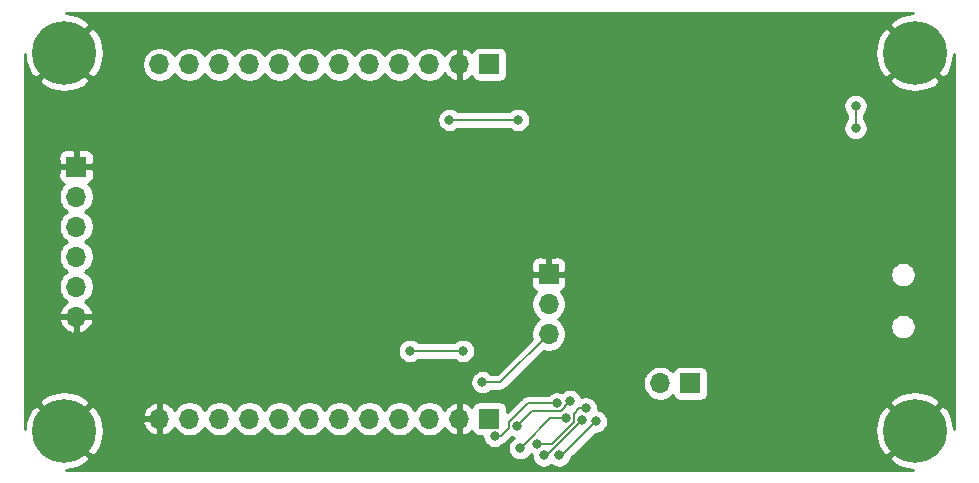
<source format=gbr>
G04 #@! TF.GenerationSoftware,KiCad,Pcbnew,5.1.5*
G04 #@! TF.CreationDate,2019-12-14T12:20:04-05:00*
G04 #@! TF.ProjectId,stm32_f0_basic,73746d33-325f-4663-905f-62617369632e,0*
G04 #@! TF.SameCoordinates,Original*
G04 #@! TF.FileFunction,Copper,L2,Bot*
G04 #@! TF.FilePolarity,Positive*
%FSLAX46Y46*%
G04 Gerber Fmt 4.6, Leading zero omitted, Abs format (unit mm)*
G04 Created by KiCad (PCBNEW 5.1.5) date 2019-12-14 12:20:04*
%MOMM*%
%LPD*%
G04 APERTURE LIST*
%ADD10O,1.700000X1.700000*%
%ADD11R,1.700000X1.700000*%
%ADD12C,5.400000*%
%ADD13C,0.800000*%
%ADD14C,0.152400*%
%ADD15C,0.203200*%
%ADD16C,0.254000*%
G04 APERTURE END LIST*
D10*
X165000000Y-82830000D03*
X165000000Y-80290000D03*
D11*
X165000000Y-77750000D03*
D12*
X124000000Y-59000000D03*
X124000000Y-91000000D03*
X196000000Y-91000000D03*
X196000000Y-59000000D03*
D10*
X174460000Y-87000000D03*
D11*
X177000000Y-87000000D03*
X160000000Y-90000000D03*
D10*
X157460000Y-90000000D03*
X154920000Y-90000000D03*
X152380000Y-90000000D03*
X149840000Y-90000000D03*
X147300000Y-90000000D03*
X144760000Y-90000000D03*
X142220000Y-90000000D03*
X139680000Y-90000000D03*
X137140000Y-90000000D03*
X134600000Y-90000000D03*
X132060000Y-90000000D03*
X125000000Y-81350000D03*
X125000000Y-78810000D03*
X125000000Y-76270000D03*
X125000000Y-73730000D03*
X125000000Y-71190000D03*
D11*
X125000000Y-68650000D03*
D10*
X132060000Y-60000000D03*
X134600000Y-60000000D03*
X137140000Y-60000000D03*
X139680000Y-60000000D03*
X142220000Y-60000000D03*
X144760000Y-60000000D03*
X147300000Y-60000000D03*
X149840000Y-60000000D03*
X152380000Y-60000000D03*
X154920000Y-60000000D03*
X157460000Y-60000000D03*
D11*
X160000000Y-60000000D03*
D13*
X147000000Y-77000000D03*
X133000000Y-73000000D03*
X146500000Y-68000000D03*
X159500000Y-63000000D03*
X180000000Y-89000000D03*
X180000000Y-87500000D03*
X182000000Y-92500000D03*
X198000000Y-77500000D03*
X192500000Y-77500000D03*
X192500000Y-82500000D03*
X198000000Y-82500000D03*
X199000000Y-69500000D03*
X199000000Y-65500000D03*
X157750000Y-73750000D03*
X157750000Y-68750000D03*
X155481459Y-82132630D03*
X191250000Y-89250000D03*
X176500000Y-83500000D03*
X181000000Y-82250000D03*
X185750000Y-74000000D03*
X185750000Y-78500000D03*
X178534818Y-72231655D03*
X180810657Y-80701610D03*
X190900000Y-61200000D03*
X182800000Y-62700000D03*
X182800000Y-57700000D03*
X178300000Y-57600000D03*
X178200000Y-62700000D03*
X171200000Y-60000000D03*
X167800000Y-64000000D03*
X163000000Y-63400000D03*
X159400000Y-86900000D03*
X191000000Y-65400000D03*
X191000000Y-63500000D03*
X156600000Y-64700000D03*
X162400000Y-64700000D03*
X168152412Y-89121647D03*
X164000004Y-92100000D03*
X166474022Y-89938111D03*
X162599984Y-92500000D03*
X167839455Y-90145341D03*
X164600000Y-93099992D03*
X169012540Y-90218603D03*
X165900000Y-93100000D03*
X166800001Y-88499999D03*
X162355878Y-90595177D03*
X165699994Y-88700000D03*
X160433096Y-91450012D03*
X153250000Y-84250000D03*
X157750000Y-84250000D03*
D14*
X160930000Y-86900000D02*
X159400000Y-86900000D01*
X165000000Y-82830000D02*
X160930000Y-86900000D01*
X191000000Y-65400000D02*
X191000000Y-63500000D01*
D15*
X156600000Y-64700000D02*
X162400000Y-64700000D01*
D14*
X168152412Y-89121647D02*
X167586727Y-89121647D01*
X164565689Y-92100000D02*
X164000004Y-92100000D01*
X167150224Y-89558150D02*
X167150224Y-90262689D01*
X167586727Y-89121647D02*
X167150224Y-89558150D01*
X167150224Y-90262689D02*
X165312913Y-92100000D01*
X165312913Y-92100000D02*
X164565689Y-92100000D01*
X166474022Y-89938111D02*
X165161873Y-89938111D01*
X165161873Y-89938111D02*
X162999983Y-92100001D01*
X162999983Y-92100001D02*
X162599984Y-92500000D01*
X164884804Y-93099992D02*
X164600000Y-93099992D01*
X167839455Y-90145341D02*
X164884804Y-93099992D01*
X166131143Y-93100000D02*
X165900000Y-93100000D01*
X169012540Y-90218603D02*
X166131143Y-93100000D01*
X163574853Y-89376202D02*
X162755877Y-90195178D01*
X162755877Y-90195178D02*
X162355878Y-90595177D01*
X166035151Y-89376202D02*
X163574853Y-89376202D01*
X166400002Y-88899998D02*
X166400002Y-89011351D01*
X166400002Y-89011351D02*
X166035151Y-89376202D01*
X166800001Y-88499999D02*
X166400002Y-88899998D01*
X163250275Y-88700000D02*
X161670861Y-90279414D01*
X165699994Y-88700000D02*
X163250275Y-88700000D01*
X161670861Y-90279414D02*
X161670861Y-90777932D01*
X161670861Y-90777932D02*
X160998781Y-91450012D01*
X160998781Y-91450012D02*
X160433096Y-91450012D01*
D15*
X153250000Y-84250000D02*
X157750000Y-84250000D01*
D16*
G36*
X195350707Y-55712366D02*
G01*
X194721797Y-55902208D01*
X194142008Y-56211096D01*
X194134411Y-56216172D01*
X193834231Y-56654626D01*
X196000000Y-58820395D01*
X196014143Y-58806253D01*
X196193748Y-58985858D01*
X196179605Y-59000000D01*
X198345374Y-61165769D01*
X198783828Y-60865589D01*
X199094296Y-60286644D01*
X199285852Y-59658254D01*
X199340001Y-59116047D01*
X199340000Y-90889922D01*
X199287634Y-90350707D01*
X199097792Y-89721797D01*
X198788904Y-89142008D01*
X198783828Y-89134411D01*
X198345374Y-88834231D01*
X196179605Y-91000000D01*
X196193748Y-91014143D01*
X196014143Y-91193748D01*
X196000000Y-91179605D01*
X193834231Y-93345374D01*
X194134411Y-93783828D01*
X194713356Y-94094296D01*
X195341746Y-94285852D01*
X195883943Y-94340000D01*
X124110078Y-94340000D01*
X124649293Y-94287634D01*
X125278203Y-94097792D01*
X125857992Y-93788904D01*
X125865589Y-93783828D01*
X126165769Y-93345374D01*
X124000000Y-91179605D01*
X123985858Y-91193748D01*
X123806253Y-91014143D01*
X123820395Y-91000000D01*
X124179605Y-91000000D01*
X126345374Y-93165769D01*
X126783828Y-92865589D01*
X127094296Y-92286644D01*
X127285852Y-91658254D01*
X127351134Y-91004569D01*
X127288235Y-90356891D01*
X130618519Y-90356891D01*
X130715843Y-90631252D01*
X130864822Y-90881355D01*
X131059731Y-91097588D01*
X131293080Y-91271641D01*
X131555901Y-91396825D01*
X131703110Y-91441476D01*
X131933000Y-91320155D01*
X131933000Y-90127000D01*
X130739186Y-90127000D01*
X130618519Y-90356891D01*
X127288235Y-90356891D01*
X127287634Y-90350707D01*
X127097792Y-89721797D01*
X127055871Y-89643109D01*
X130618519Y-89643109D01*
X130739186Y-89873000D01*
X131933000Y-89873000D01*
X131933000Y-88679845D01*
X132187000Y-88679845D01*
X132187000Y-89873000D01*
X132207000Y-89873000D01*
X132207000Y-90127000D01*
X132187000Y-90127000D01*
X132187000Y-91320155D01*
X132416890Y-91441476D01*
X132564099Y-91396825D01*
X132826920Y-91271641D01*
X133060269Y-91097588D01*
X133255178Y-90881355D01*
X133324805Y-90764466D01*
X133446525Y-90946632D01*
X133653368Y-91153475D01*
X133896589Y-91315990D01*
X134166842Y-91427932D01*
X134453740Y-91485000D01*
X134746260Y-91485000D01*
X135033158Y-91427932D01*
X135303411Y-91315990D01*
X135546632Y-91153475D01*
X135753475Y-90946632D01*
X135870000Y-90772240D01*
X135986525Y-90946632D01*
X136193368Y-91153475D01*
X136436589Y-91315990D01*
X136706842Y-91427932D01*
X136993740Y-91485000D01*
X137286260Y-91485000D01*
X137573158Y-91427932D01*
X137843411Y-91315990D01*
X138086632Y-91153475D01*
X138293475Y-90946632D01*
X138410000Y-90772240D01*
X138526525Y-90946632D01*
X138733368Y-91153475D01*
X138976589Y-91315990D01*
X139246842Y-91427932D01*
X139533740Y-91485000D01*
X139826260Y-91485000D01*
X140113158Y-91427932D01*
X140383411Y-91315990D01*
X140626632Y-91153475D01*
X140833475Y-90946632D01*
X140950000Y-90772240D01*
X141066525Y-90946632D01*
X141273368Y-91153475D01*
X141516589Y-91315990D01*
X141786842Y-91427932D01*
X142073740Y-91485000D01*
X142366260Y-91485000D01*
X142653158Y-91427932D01*
X142923411Y-91315990D01*
X143166632Y-91153475D01*
X143373475Y-90946632D01*
X143490000Y-90772240D01*
X143606525Y-90946632D01*
X143813368Y-91153475D01*
X144056589Y-91315990D01*
X144326842Y-91427932D01*
X144613740Y-91485000D01*
X144906260Y-91485000D01*
X145193158Y-91427932D01*
X145463411Y-91315990D01*
X145706632Y-91153475D01*
X145913475Y-90946632D01*
X146030000Y-90772240D01*
X146146525Y-90946632D01*
X146353368Y-91153475D01*
X146596589Y-91315990D01*
X146866842Y-91427932D01*
X147153740Y-91485000D01*
X147446260Y-91485000D01*
X147733158Y-91427932D01*
X148003411Y-91315990D01*
X148246632Y-91153475D01*
X148453475Y-90946632D01*
X148570000Y-90772240D01*
X148686525Y-90946632D01*
X148893368Y-91153475D01*
X149136589Y-91315990D01*
X149406842Y-91427932D01*
X149693740Y-91485000D01*
X149986260Y-91485000D01*
X150273158Y-91427932D01*
X150543411Y-91315990D01*
X150786632Y-91153475D01*
X150993475Y-90946632D01*
X151110000Y-90772240D01*
X151226525Y-90946632D01*
X151433368Y-91153475D01*
X151676589Y-91315990D01*
X151946842Y-91427932D01*
X152233740Y-91485000D01*
X152526260Y-91485000D01*
X152813158Y-91427932D01*
X153083411Y-91315990D01*
X153326632Y-91153475D01*
X153533475Y-90946632D01*
X153650000Y-90772240D01*
X153766525Y-90946632D01*
X153973368Y-91153475D01*
X154216589Y-91315990D01*
X154486842Y-91427932D01*
X154773740Y-91485000D01*
X155066260Y-91485000D01*
X155353158Y-91427932D01*
X155623411Y-91315990D01*
X155866632Y-91153475D01*
X156073475Y-90946632D01*
X156195195Y-90764466D01*
X156264822Y-90881355D01*
X156459731Y-91097588D01*
X156693080Y-91271641D01*
X156955901Y-91396825D01*
X157103110Y-91441476D01*
X157333000Y-91320155D01*
X157333000Y-90127000D01*
X157313000Y-90127000D01*
X157313000Y-89873000D01*
X157333000Y-89873000D01*
X157333000Y-88679845D01*
X157587000Y-88679845D01*
X157587000Y-89873000D01*
X157607000Y-89873000D01*
X157607000Y-90127000D01*
X157587000Y-90127000D01*
X157587000Y-91320155D01*
X157816890Y-91441476D01*
X157964099Y-91396825D01*
X158226920Y-91271641D01*
X158460269Y-91097588D01*
X158536034Y-91013534D01*
X158560498Y-91094180D01*
X158619463Y-91204494D01*
X158698815Y-91301185D01*
X158795506Y-91380537D01*
X158905820Y-91439502D01*
X159025518Y-91475812D01*
X159150000Y-91488072D01*
X159398096Y-91488072D01*
X159398096Y-91551951D01*
X159437870Y-91751910D01*
X159515891Y-91940268D01*
X159629159Y-92109786D01*
X159773322Y-92253949D01*
X159942840Y-92367217D01*
X160131198Y-92445238D01*
X160331157Y-92485012D01*
X160535035Y-92485012D01*
X160734994Y-92445238D01*
X160923352Y-92367217D01*
X161092870Y-92253949D01*
X161221021Y-92125798D01*
X161272262Y-92110254D01*
X161395814Y-92044214D01*
X161504108Y-91955339D01*
X161526382Y-91928198D01*
X161919770Y-91534811D01*
X162053980Y-91590403D01*
X162088165Y-91597203D01*
X161940210Y-91696063D01*
X161796047Y-91840226D01*
X161682779Y-92009744D01*
X161604758Y-92198102D01*
X161564984Y-92398061D01*
X161564984Y-92601939D01*
X161604758Y-92801898D01*
X161682779Y-92990256D01*
X161796047Y-93159774D01*
X161940210Y-93303937D01*
X162109728Y-93417205D01*
X162298086Y-93495226D01*
X162498045Y-93535000D01*
X162701923Y-93535000D01*
X162901882Y-93495226D01*
X163090240Y-93417205D01*
X163259758Y-93303937D01*
X163403921Y-93159774D01*
X163502443Y-93012324D01*
X163509748Y-93017205D01*
X163565000Y-93040091D01*
X163565000Y-93201931D01*
X163604774Y-93401890D01*
X163682795Y-93590248D01*
X163796063Y-93759766D01*
X163940226Y-93903929D01*
X164109744Y-94017197D01*
X164298102Y-94095218D01*
X164498061Y-94134992D01*
X164701939Y-94134992D01*
X164901898Y-94095218D01*
X165090256Y-94017197D01*
X165249994Y-93910464D01*
X165409744Y-94017205D01*
X165598102Y-94095226D01*
X165798061Y-94135000D01*
X166001939Y-94135000D01*
X166201898Y-94095226D01*
X166390256Y-94017205D01*
X166559774Y-93903937D01*
X166703937Y-93759774D01*
X166817205Y-93590256D01*
X166895226Y-93401898D01*
X166910172Y-93326758D01*
X168983329Y-91253603D01*
X169114479Y-91253603D01*
X169314438Y-91213829D01*
X169502796Y-91135808D01*
X169672314Y-91022540D01*
X169699423Y-90995431D01*
X192648866Y-90995431D01*
X192712366Y-91649293D01*
X192902208Y-92278203D01*
X193211096Y-92857992D01*
X193216172Y-92865589D01*
X193654626Y-93165769D01*
X195820395Y-91000000D01*
X193654626Y-88834231D01*
X193216172Y-89134411D01*
X192905704Y-89713356D01*
X192714148Y-90341746D01*
X192648866Y-90995431D01*
X169699423Y-90995431D01*
X169816477Y-90878377D01*
X169929745Y-90708859D01*
X170007766Y-90520501D01*
X170047540Y-90320542D01*
X170047540Y-90116664D01*
X170007766Y-89916705D01*
X169929745Y-89728347D01*
X169816477Y-89558829D01*
X169672314Y-89414666D01*
X169502796Y-89301398D01*
X169314438Y-89223377D01*
X169187412Y-89198110D01*
X169187412Y-89019708D01*
X169147638Y-88819749D01*
X169079242Y-88654626D01*
X193834231Y-88654626D01*
X196000000Y-90820395D01*
X198165769Y-88654626D01*
X197865589Y-88216172D01*
X197286644Y-87905704D01*
X196658254Y-87714148D01*
X196004569Y-87648866D01*
X195350707Y-87712366D01*
X194721797Y-87902208D01*
X194142008Y-88211096D01*
X194134411Y-88216172D01*
X193834231Y-88654626D01*
X169079242Y-88654626D01*
X169069617Y-88631391D01*
X168956349Y-88461873D01*
X168812186Y-88317710D01*
X168642668Y-88204442D01*
X168454310Y-88126421D01*
X168254351Y-88086647D01*
X168050473Y-88086647D01*
X167850514Y-88126421D01*
X167777981Y-88156465D01*
X167717206Y-88009743D01*
X167603938Y-87840225D01*
X167459775Y-87696062D01*
X167290257Y-87582794D01*
X167101899Y-87504773D01*
X166901940Y-87464999D01*
X166698062Y-87464999D01*
X166498103Y-87504773D01*
X166309745Y-87582794D01*
X166140227Y-87696062D01*
X166093549Y-87742740D01*
X166001892Y-87704774D01*
X165801933Y-87665000D01*
X165598055Y-87665000D01*
X165398096Y-87704774D01*
X165209738Y-87782795D01*
X165040220Y-87896063D01*
X164947483Y-87988800D01*
X163285203Y-87988800D01*
X163250275Y-87985360D01*
X163215346Y-87988800D01*
X163215339Y-87988800D01*
X163110855Y-87999091D01*
X162976793Y-88039758D01*
X162853242Y-88105798D01*
X162772084Y-88172402D01*
X162772079Y-88172407D01*
X162744948Y-88194673D01*
X162722682Y-88221804D01*
X161488072Y-89456416D01*
X161488072Y-89150000D01*
X161475812Y-89025518D01*
X161439502Y-88905820D01*
X161380537Y-88795506D01*
X161301185Y-88698815D01*
X161204494Y-88619463D01*
X161094180Y-88560498D01*
X160974482Y-88524188D01*
X160850000Y-88511928D01*
X159150000Y-88511928D01*
X159025518Y-88524188D01*
X158905820Y-88560498D01*
X158795506Y-88619463D01*
X158698815Y-88698815D01*
X158619463Y-88795506D01*
X158560498Y-88905820D01*
X158536034Y-88986466D01*
X158460269Y-88902412D01*
X158226920Y-88728359D01*
X157964099Y-88603175D01*
X157816890Y-88558524D01*
X157587000Y-88679845D01*
X157333000Y-88679845D01*
X157103110Y-88558524D01*
X156955901Y-88603175D01*
X156693080Y-88728359D01*
X156459731Y-88902412D01*
X156264822Y-89118645D01*
X156195195Y-89235534D01*
X156073475Y-89053368D01*
X155866632Y-88846525D01*
X155623411Y-88684010D01*
X155353158Y-88572068D01*
X155066260Y-88515000D01*
X154773740Y-88515000D01*
X154486842Y-88572068D01*
X154216589Y-88684010D01*
X153973368Y-88846525D01*
X153766525Y-89053368D01*
X153650000Y-89227760D01*
X153533475Y-89053368D01*
X153326632Y-88846525D01*
X153083411Y-88684010D01*
X152813158Y-88572068D01*
X152526260Y-88515000D01*
X152233740Y-88515000D01*
X151946842Y-88572068D01*
X151676589Y-88684010D01*
X151433368Y-88846525D01*
X151226525Y-89053368D01*
X151110000Y-89227760D01*
X150993475Y-89053368D01*
X150786632Y-88846525D01*
X150543411Y-88684010D01*
X150273158Y-88572068D01*
X149986260Y-88515000D01*
X149693740Y-88515000D01*
X149406842Y-88572068D01*
X149136589Y-88684010D01*
X148893368Y-88846525D01*
X148686525Y-89053368D01*
X148570000Y-89227760D01*
X148453475Y-89053368D01*
X148246632Y-88846525D01*
X148003411Y-88684010D01*
X147733158Y-88572068D01*
X147446260Y-88515000D01*
X147153740Y-88515000D01*
X146866842Y-88572068D01*
X146596589Y-88684010D01*
X146353368Y-88846525D01*
X146146525Y-89053368D01*
X146030000Y-89227760D01*
X145913475Y-89053368D01*
X145706632Y-88846525D01*
X145463411Y-88684010D01*
X145193158Y-88572068D01*
X144906260Y-88515000D01*
X144613740Y-88515000D01*
X144326842Y-88572068D01*
X144056589Y-88684010D01*
X143813368Y-88846525D01*
X143606525Y-89053368D01*
X143490000Y-89227760D01*
X143373475Y-89053368D01*
X143166632Y-88846525D01*
X142923411Y-88684010D01*
X142653158Y-88572068D01*
X142366260Y-88515000D01*
X142073740Y-88515000D01*
X141786842Y-88572068D01*
X141516589Y-88684010D01*
X141273368Y-88846525D01*
X141066525Y-89053368D01*
X140950000Y-89227760D01*
X140833475Y-89053368D01*
X140626632Y-88846525D01*
X140383411Y-88684010D01*
X140113158Y-88572068D01*
X139826260Y-88515000D01*
X139533740Y-88515000D01*
X139246842Y-88572068D01*
X138976589Y-88684010D01*
X138733368Y-88846525D01*
X138526525Y-89053368D01*
X138410000Y-89227760D01*
X138293475Y-89053368D01*
X138086632Y-88846525D01*
X137843411Y-88684010D01*
X137573158Y-88572068D01*
X137286260Y-88515000D01*
X136993740Y-88515000D01*
X136706842Y-88572068D01*
X136436589Y-88684010D01*
X136193368Y-88846525D01*
X135986525Y-89053368D01*
X135870000Y-89227760D01*
X135753475Y-89053368D01*
X135546632Y-88846525D01*
X135303411Y-88684010D01*
X135033158Y-88572068D01*
X134746260Y-88515000D01*
X134453740Y-88515000D01*
X134166842Y-88572068D01*
X133896589Y-88684010D01*
X133653368Y-88846525D01*
X133446525Y-89053368D01*
X133324805Y-89235534D01*
X133255178Y-89118645D01*
X133060269Y-88902412D01*
X132826920Y-88728359D01*
X132564099Y-88603175D01*
X132416890Y-88558524D01*
X132187000Y-88679845D01*
X131933000Y-88679845D01*
X131703110Y-88558524D01*
X131555901Y-88603175D01*
X131293080Y-88728359D01*
X131059731Y-88902412D01*
X130864822Y-89118645D01*
X130715843Y-89368748D01*
X130618519Y-89643109D01*
X127055871Y-89643109D01*
X126788904Y-89142008D01*
X126783828Y-89134411D01*
X126345374Y-88834231D01*
X124179605Y-91000000D01*
X123820395Y-91000000D01*
X121654626Y-88834231D01*
X121216172Y-89134411D01*
X120905704Y-89713356D01*
X120714148Y-90341746D01*
X120660000Y-90883943D01*
X120660000Y-88654626D01*
X121834231Y-88654626D01*
X124000000Y-90820395D01*
X126165769Y-88654626D01*
X125865589Y-88216172D01*
X125286644Y-87905704D01*
X124658254Y-87714148D01*
X124004569Y-87648866D01*
X123350707Y-87712366D01*
X122721797Y-87902208D01*
X122142008Y-88211096D01*
X122134411Y-88216172D01*
X121834231Y-88654626D01*
X120660000Y-88654626D01*
X120660000Y-86798061D01*
X158365000Y-86798061D01*
X158365000Y-87001939D01*
X158404774Y-87201898D01*
X158482795Y-87390256D01*
X158596063Y-87559774D01*
X158740226Y-87703937D01*
X158909744Y-87817205D01*
X159098102Y-87895226D01*
X159298061Y-87935000D01*
X159501939Y-87935000D01*
X159701898Y-87895226D01*
X159890256Y-87817205D01*
X160059774Y-87703937D01*
X160152511Y-87611200D01*
X160895074Y-87611200D01*
X160930000Y-87614640D01*
X160964926Y-87611200D01*
X160964936Y-87611200D01*
X161069420Y-87600909D01*
X161203481Y-87560242D01*
X161327033Y-87494202D01*
X161435327Y-87405327D01*
X161457602Y-87378185D01*
X161982047Y-86853740D01*
X172975000Y-86853740D01*
X172975000Y-87146260D01*
X173032068Y-87433158D01*
X173144010Y-87703411D01*
X173306525Y-87946632D01*
X173513368Y-88153475D01*
X173756589Y-88315990D01*
X174026842Y-88427932D01*
X174313740Y-88485000D01*
X174606260Y-88485000D01*
X174893158Y-88427932D01*
X175163411Y-88315990D01*
X175406632Y-88153475D01*
X175538487Y-88021620D01*
X175560498Y-88094180D01*
X175619463Y-88204494D01*
X175698815Y-88301185D01*
X175795506Y-88380537D01*
X175905820Y-88439502D01*
X176025518Y-88475812D01*
X176150000Y-88488072D01*
X177850000Y-88488072D01*
X177974482Y-88475812D01*
X178094180Y-88439502D01*
X178204494Y-88380537D01*
X178301185Y-88301185D01*
X178380537Y-88204494D01*
X178439502Y-88094180D01*
X178475812Y-87974482D01*
X178488072Y-87850000D01*
X178488072Y-86150000D01*
X178475812Y-86025518D01*
X178439502Y-85905820D01*
X178380537Y-85795506D01*
X178301185Y-85698815D01*
X178204494Y-85619463D01*
X178094180Y-85560498D01*
X177974482Y-85524188D01*
X177850000Y-85511928D01*
X176150000Y-85511928D01*
X176025518Y-85524188D01*
X175905820Y-85560498D01*
X175795506Y-85619463D01*
X175698815Y-85698815D01*
X175619463Y-85795506D01*
X175560498Y-85905820D01*
X175538487Y-85978380D01*
X175406632Y-85846525D01*
X175163411Y-85684010D01*
X174893158Y-85572068D01*
X174606260Y-85515000D01*
X174313740Y-85515000D01*
X174026842Y-85572068D01*
X173756589Y-85684010D01*
X173513368Y-85846525D01*
X173306525Y-86053368D01*
X173144010Y-86296589D01*
X173032068Y-86566842D01*
X172975000Y-86853740D01*
X161982047Y-86853740D01*
X164576029Y-84259759D01*
X164853740Y-84315000D01*
X165146260Y-84315000D01*
X165433158Y-84257932D01*
X165703411Y-84145990D01*
X165946632Y-83983475D01*
X166153475Y-83776632D01*
X166315990Y-83533411D01*
X166427932Y-83263158D01*
X166485000Y-82976260D01*
X166485000Y-82683740D01*
X166427932Y-82396842D01*
X166315990Y-82126589D01*
X166293639Y-82093137D01*
X193915000Y-82093137D01*
X193915000Y-82306863D01*
X193956696Y-82516483D01*
X194038485Y-82713940D01*
X194157225Y-82891647D01*
X194308353Y-83042775D01*
X194486060Y-83161515D01*
X194683517Y-83243304D01*
X194893137Y-83285000D01*
X195106863Y-83285000D01*
X195316483Y-83243304D01*
X195513940Y-83161515D01*
X195691647Y-83042775D01*
X195842775Y-82891647D01*
X195961515Y-82713940D01*
X196043304Y-82516483D01*
X196085000Y-82306863D01*
X196085000Y-82093137D01*
X196043304Y-81883517D01*
X195961515Y-81686060D01*
X195842775Y-81508353D01*
X195691647Y-81357225D01*
X195513940Y-81238485D01*
X195316483Y-81156696D01*
X195106863Y-81115000D01*
X194893137Y-81115000D01*
X194683517Y-81156696D01*
X194486060Y-81238485D01*
X194308353Y-81357225D01*
X194157225Y-81508353D01*
X194038485Y-81686060D01*
X193956696Y-81883517D01*
X193915000Y-82093137D01*
X166293639Y-82093137D01*
X166153475Y-81883368D01*
X165946632Y-81676525D01*
X165772240Y-81560000D01*
X165946632Y-81443475D01*
X166153475Y-81236632D01*
X166315990Y-80993411D01*
X166427932Y-80723158D01*
X166485000Y-80436260D01*
X166485000Y-80143740D01*
X166427932Y-79856842D01*
X166315990Y-79586589D01*
X166153475Y-79343368D01*
X166021620Y-79211513D01*
X166094180Y-79189502D01*
X166204494Y-79130537D01*
X166301185Y-79051185D01*
X166380537Y-78954494D01*
X166439502Y-78844180D01*
X166475812Y-78724482D01*
X166488072Y-78600000D01*
X166485000Y-78035750D01*
X166326250Y-77877000D01*
X165127000Y-77877000D01*
X165127000Y-77897000D01*
X164873000Y-77897000D01*
X164873000Y-77877000D01*
X163673750Y-77877000D01*
X163515000Y-78035750D01*
X163511928Y-78600000D01*
X163524188Y-78724482D01*
X163560498Y-78844180D01*
X163619463Y-78954494D01*
X163698815Y-79051185D01*
X163795506Y-79130537D01*
X163905820Y-79189502D01*
X163978380Y-79211513D01*
X163846525Y-79343368D01*
X163684010Y-79586589D01*
X163572068Y-79856842D01*
X163515000Y-80143740D01*
X163515000Y-80436260D01*
X163572068Y-80723158D01*
X163684010Y-80993411D01*
X163846525Y-81236632D01*
X164053368Y-81443475D01*
X164227760Y-81560000D01*
X164053368Y-81676525D01*
X163846525Y-81883368D01*
X163684010Y-82126589D01*
X163572068Y-82396842D01*
X163515000Y-82683740D01*
X163515000Y-82976260D01*
X163570241Y-83253971D01*
X160635413Y-86188800D01*
X160152511Y-86188800D01*
X160059774Y-86096063D01*
X159890256Y-85982795D01*
X159701898Y-85904774D01*
X159501939Y-85865000D01*
X159298061Y-85865000D01*
X159098102Y-85904774D01*
X158909744Y-85982795D01*
X158740226Y-86096063D01*
X158596063Y-86240226D01*
X158482795Y-86409744D01*
X158404774Y-86598102D01*
X158365000Y-86798061D01*
X120660000Y-86798061D01*
X120660000Y-84148061D01*
X152215000Y-84148061D01*
X152215000Y-84351939D01*
X152254774Y-84551898D01*
X152332795Y-84740256D01*
X152446063Y-84909774D01*
X152590226Y-85053937D01*
X152759744Y-85167205D01*
X152948102Y-85245226D01*
X153148061Y-85285000D01*
X153351939Y-85285000D01*
X153551898Y-85245226D01*
X153740256Y-85167205D01*
X153909774Y-85053937D01*
X153977111Y-84986600D01*
X157022889Y-84986600D01*
X157090226Y-85053937D01*
X157259744Y-85167205D01*
X157448102Y-85245226D01*
X157648061Y-85285000D01*
X157851939Y-85285000D01*
X158051898Y-85245226D01*
X158240256Y-85167205D01*
X158409774Y-85053937D01*
X158553937Y-84909774D01*
X158667205Y-84740256D01*
X158745226Y-84551898D01*
X158785000Y-84351939D01*
X158785000Y-84148061D01*
X158745226Y-83948102D01*
X158667205Y-83759744D01*
X158553937Y-83590226D01*
X158409774Y-83446063D01*
X158240256Y-83332795D01*
X158051898Y-83254774D01*
X157851939Y-83215000D01*
X157648061Y-83215000D01*
X157448102Y-83254774D01*
X157259744Y-83332795D01*
X157090226Y-83446063D01*
X157022889Y-83513400D01*
X153977111Y-83513400D01*
X153909774Y-83446063D01*
X153740256Y-83332795D01*
X153551898Y-83254774D01*
X153351939Y-83215000D01*
X153148061Y-83215000D01*
X152948102Y-83254774D01*
X152759744Y-83332795D01*
X152590226Y-83446063D01*
X152446063Y-83590226D01*
X152332795Y-83759744D01*
X152254774Y-83948102D01*
X152215000Y-84148061D01*
X120660000Y-84148061D01*
X120660000Y-81706890D01*
X123558524Y-81706890D01*
X123603175Y-81854099D01*
X123728359Y-82116920D01*
X123902412Y-82350269D01*
X124118645Y-82545178D01*
X124368748Y-82694157D01*
X124643109Y-82791481D01*
X124873000Y-82670814D01*
X124873000Y-81477000D01*
X125127000Y-81477000D01*
X125127000Y-82670814D01*
X125356891Y-82791481D01*
X125631252Y-82694157D01*
X125881355Y-82545178D01*
X126097588Y-82350269D01*
X126271641Y-82116920D01*
X126396825Y-81854099D01*
X126441476Y-81706890D01*
X126320155Y-81477000D01*
X125127000Y-81477000D01*
X124873000Y-81477000D01*
X123679845Y-81477000D01*
X123558524Y-81706890D01*
X120660000Y-81706890D01*
X120660000Y-69500000D01*
X123511928Y-69500000D01*
X123524188Y-69624482D01*
X123560498Y-69744180D01*
X123619463Y-69854494D01*
X123698815Y-69951185D01*
X123795506Y-70030537D01*
X123905820Y-70089502D01*
X123978380Y-70111513D01*
X123846525Y-70243368D01*
X123684010Y-70486589D01*
X123572068Y-70756842D01*
X123515000Y-71043740D01*
X123515000Y-71336260D01*
X123572068Y-71623158D01*
X123684010Y-71893411D01*
X123846525Y-72136632D01*
X124053368Y-72343475D01*
X124227760Y-72460000D01*
X124053368Y-72576525D01*
X123846525Y-72783368D01*
X123684010Y-73026589D01*
X123572068Y-73296842D01*
X123515000Y-73583740D01*
X123515000Y-73876260D01*
X123572068Y-74163158D01*
X123684010Y-74433411D01*
X123846525Y-74676632D01*
X124053368Y-74883475D01*
X124227760Y-75000000D01*
X124053368Y-75116525D01*
X123846525Y-75323368D01*
X123684010Y-75566589D01*
X123572068Y-75836842D01*
X123515000Y-76123740D01*
X123515000Y-76416260D01*
X123572068Y-76703158D01*
X123684010Y-76973411D01*
X123846525Y-77216632D01*
X124053368Y-77423475D01*
X124227760Y-77540000D01*
X124053368Y-77656525D01*
X123846525Y-77863368D01*
X123684010Y-78106589D01*
X123572068Y-78376842D01*
X123515000Y-78663740D01*
X123515000Y-78956260D01*
X123572068Y-79243158D01*
X123684010Y-79513411D01*
X123846525Y-79756632D01*
X124053368Y-79963475D01*
X124235534Y-80085195D01*
X124118645Y-80154822D01*
X123902412Y-80349731D01*
X123728359Y-80583080D01*
X123603175Y-80845901D01*
X123558524Y-80993110D01*
X123679845Y-81223000D01*
X124873000Y-81223000D01*
X124873000Y-81203000D01*
X125127000Y-81203000D01*
X125127000Y-81223000D01*
X126320155Y-81223000D01*
X126441476Y-80993110D01*
X126396825Y-80845901D01*
X126271641Y-80583080D01*
X126097588Y-80349731D01*
X125881355Y-80154822D01*
X125764466Y-80085195D01*
X125946632Y-79963475D01*
X126153475Y-79756632D01*
X126315990Y-79513411D01*
X126427932Y-79243158D01*
X126485000Y-78956260D01*
X126485000Y-78663740D01*
X126427932Y-78376842D01*
X126315990Y-78106589D01*
X126153475Y-77863368D01*
X125983244Y-77693137D01*
X193915000Y-77693137D01*
X193915000Y-77906863D01*
X193956696Y-78116483D01*
X194038485Y-78313940D01*
X194157225Y-78491647D01*
X194308353Y-78642775D01*
X194486060Y-78761515D01*
X194683517Y-78843304D01*
X194893137Y-78885000D01*
X195106863Y-78885000D01*
X195316483Y-78843304D01*
X195513940Y-78761515D01*
X195691647Y-78642775D01*
X195842775Y-78491647D01*
X195961515Y-78313940D01*
X196043304Y-78116483D01*
X196085000Y-77906863D01*
X196085000Y-77693137D01*
X196043304Y-77483517D01*
X195961515Y-77286060D01*
X195842775Y-77108353D01*
X195691647Y-76957225D01*
X195513940Y-76838485D01*
X195316483Y-76756696D01*
X195106863Y-76715000D01*
X194893137Y-76715000D01*
X194683517Y-76756696D01*
X194486060Y-76838485D01*
X194308353Y-76957225D01*
X194157225Y-77108353D01*
X194038485Y-77286060D01*
X193956696Y-77483517D01*
X193915000Y-77693137D01*
X125983244Y-77693137D01*
X125946632Y-77656525D01*
X125772240Y-77540000D01*
X125946632Y-77423475D01*
X126153475Y-77216632D01*
X126315990Y-76973411D01*
X126346397Y-76900000D01*
X163511928Y-76900000D01*
X163515000Y-77464250D01*
X163673750Y-77623000D01*
X164873000Y-77623000D01*
X164873000Y-76423750D01*
X165127000Y-76423750D01*
X165127000Y-77623000D01*
X166326250Y-77623000D01*
X166485000Y-77464250D01*
X166488072Y-76900000D01*
X166475812Y-76775518D01*
X166439502Y-76655820D01*
X166380537Y-76545506D01*
X166301185Y-76448815D01*
X166204494Y-76369463D01*
X166094180Y-76310498D01*
X165974482Y-76274188D01*
X165850000Y-76261928D01*
X165285750Y-76265000D01*
X165127000Y-76423750D01*
X164873000Y-76423750D01*
X164714250Y-76265000D01*
X164150000Y-76261928D01*
X164025518Y-76274188D01*
X163905820Y-76310498D01*
X163795506Y-76369463D01*
X163698815Y-76448815D01*
X163619463Y-76545506D01*
X163560498Y-76655820D01*
X163524188Y-76775518D01*
X163511928Y-76900000D01*
X126346397Y-76900000D01*
X126427932Y-76703158D01*
X126485000Y-76416260D01*
X126485000Y-76123740D01*
X126427932Y-75836842D01*
X126315990Y-75566589D01*
X126153475Y-75323368D01*
X125946632Y-75116525D01*
X125772240Y-75000000D01*
X125946632Y-74883475D01*
X126153475Y-74676632D01*
X126315990Y-74433411D01*
X126427932Y-74163158D01*
X126485000Y-73876260D01*
X126485000Y-73583740D01*
X126427932Y-73296842D01*
X126315990Y-73026589D01*
X126153475Y-72783368D01*
X125946632Y-72576525D01*
X125772240Y-72460000D01*
X125946632Y-72343475D01*
X126153475Y-72136632D01*
X126315990Y-71893411D01*
X126427932Y-71623158D01*
X126485000Y-71336260D01*
X126485000Y-71043740D01*
X126427932Y-70756842D01*
X126315990Y-70486589D01*
X126153475Y-70243368D01*
X126021620Y-70111513D01*
X126094180Y-70089502D01*
X126204494Y-70030537D01*
X126301185Y-69951185D01*
X126380537Y-69854494D01*
X126439502Y-69744180D01*
X126475812Y-69624482D01*
X126488072Y-69500000D01*
X126485000Y-68935750D01*
X126326250Y-68777000D01*
X125127000Y-68777000D01*
X125127000Y-68797000D01*
X124873000Y-68797000D01*
X124873000Y-68777000D01*
X123673750Y-68777000D01*
X123515000Y-68935750D01*
X123511928Y-69500000D01*
X120660000Y-69500000D01*
X120660000Y-67800000D01*
X123511928Y-67800000D01*
X123515000Y-68364250D01*
X123673750Y-68523000D01*
X124873000Y-68523000D01*
X124873000Y-67323750D01*
X125127000Y-67323750D01*
X125127000Y-68523000D01*
X126326250Y-68523000D01*
X126485000Y-68364250D01*
X126488072Y-67800000D01*
X126475812Y-67675518D01*
X126439502Y-67555820D01*
X126380537Y-67445506D01*
X126301185Y-67348815D01*
X126204494Y-67269463D01*
X126094180Y-67210498D01*
X125974482Y-67174188D01*
X125850000Y-67161928D01*
X125285750Y-67165000D01*
X125127000Y-67323750D01*
X124873000Y-67323750D01*
X124714250Y-67165000D01*
X124150000Y-67161928D01*
X124025518Y-67174188D01*
X123905820Y-67210498D01*
X123795506Y-67269463D01*
X123698815Y-67348815D01*
X123619463Y-67445506D01*
X123560498Y-67555820D01*
X123524188Y-67675518D01*
X123511928Y-67800000D01*
X120660000Y-67800000D01*
X120660000Y-64598061D01*
X155565000Y-64598061D01*
X155565000Y-64801939D01*
X155604774Y-65001898D01*
X155682795Y-65190256D01*
X155796063Y-65359774D01*
X155940226Y-65503937D01*
X156109744Y-65617205D01*
X156298102Y-65695226D01*
X156498061Y-65735000D01*
X156701939Y-65735000D01*
X156901898Y-65695226D01*
X157090256Y-65617205D01*
X157259774Y-65503937D01*
X157327111Y-65436600D01*
X161672889Y-65436600D01*
X161740226Y-65503937D01*
X161909744Y-65617205D01*
X162098102Y-65695226D01*
X162298061Y-65735000D01*
X162501939Y-65735000D01*
X162701898Y-65695226D01*
X162890256Y-65617205D01*
X163059774Y-65503937D01*
X163203937Y-65359774D01*
X163317205Y-65190256D01*
X163395226Y-65001898D01*
X163435000Y-64801939D01*
X163435000Y-64598061D01*
X163395226Y-64398102D01*
X163317205Y-64209744D01*
X163203937Y-64040226D01*
X163059774Y-63896063D01*
X162890256Y-63782795D01*
X162701898Y-63704774D01*
X162501939Y-63665000D01*
X162298061Y-63665000D01*
X162098102Y-63704774D01*
X161909744Y-63782795D01*
X161740226Y-63896063D01*
X161672889Y-63963400D01*
X157327111Y-63963400D01*
X157259774Y-63896063D01*
X157090256Y-63782795D01*
X156901898Y-63704774D01*
X156701939Y-63665000D01*
X156498061Y-63665000D01*
X156298102Y-63704774D01*
X156109744Y-63782795D01*
X155940226Y-63896063D01*
X155796063Y-64040226D01*
X155682795Y-64209744D01*
X155604774Y-64398102D01*
X155565000Y-64598061D01*
X120660000Y-64598061D01*
X120660000Y-63398061D01*
X189965000Y-63398061D01*
X189965000Y-63601939D01*
X190004774Y-63801898D01*
X190082795Y-63990256D01*
X190196063Y-64159774D01*
X190288801Y-64252512D01*
X190288800Y-64647489D01*
X190196063Y-64740226D01*
X190082795Y-64909744D01*
X190004774Y-65098102D01*
X189965000Y-65298061D01*
X189965000Y-65501939D01*
X190004774Y-65701898D01*
X190082795Y-65890256D01*
X190196063Y-66059774D01*
X190340226Y-66203937D01*
X190509744Y-66317205D01*
X190698102Y-66395226D01*
X190898061Y-66435000D01*
X191101939Y-66435000D01*
X191301898Y-66395226D01*
X191490256Y-66317205D01*
X191659774Y-66203937D01*
X191803937Y-66059774D01*
X191917205Y-65890256D01*
X191995226Y-65701898D01*
X192035000Y-65501939D01*
X192035000Y-65298061D01*
X191995226Y-65098102D01*
X191917205Y-64909744D01*
X191803937Y-64740226D01*
X191711200Y-64647489D01*
X191711200Y-64252511D01*
X191803937Y-64159774D01*
X191917205Y-63990256D01*
X191995226Y-63801898D01*
X192035000Y-63601939D01*
X192035000Y-63398061D01*
X191995226Y-63198102D01*
X191917205Y-63009744D01*
X191803937Y-62840226D01*
X191659774Y-62696063D01*
X191490256Y-62582795D01*
X191301898Y-62504774D01*
X191101939Y-62465000D01*
X190898061Y-62465000D01*
X190698102Y-62504774D01*
X190509744Y-62582795D01*
X190340226Y-62696063D01*
X190196063Y-62840226D01*
X190082795Y-63009744D01*
X190004774Y-63198102D01*
X189965000Y-63398061D01*
X120660000Y-63398061D01*
X120660000Y-61345374D01*
X121834231Y-61345374D01*
X122134411Y-61783828D01*
X122713356Y-62094296D01*
X123341746Y-62285852D01*
X123995431Y-62351134D01*
X124649293Y-62287634D01*
X125278203Y-62097792D01*
X125857992Y-61788904D01*
X125865589Y-61783828D01*
X126165769Y-61345374D01*
X124000000Y-59179605D01*
X121834231Y-61345374D01*
X120660000Y-61345374D01*
X120660000Y-59110078D01*
X120712366Y-59649293D01*
X120902208Y-60278203D01*
X121211096Y-60857992D01*
X121216172Y-60865589D01*
X121654626Y-61165769D01*
X123820395Y-59000000D01*
X124179605Y-59000000D01*
X126345374Y-61165769D01*
X126783828Y-60865589D01*
X127094296Y-60286644D01*
X127226260Y-59853740D01*
X130575000Y-59853740D01*
X130575000Y-60146260D01*
X130632068Y-60433158D01*
X130744010Y-60703411D01*
X130906525Y-60946632D01*
X131113368Y-61153475D01*
X131356589Y-61315990D01*
X131626842Y-61427932D01*
X131913740Y-61485000D01*
X132206260Y-61485000D01*
X132493158Y-61427932D01*
X132763411Y-61315990D01*
X133006632Y-61153475D01*
X133213475Y-60946632D01*
X133330000Y-60772240D01*
X133446525Y-60946632D01*
X133653368Y-61153475D01*
X133896589Y-61315990D01*
X134166842Y-61427932D01*
X134453740Y-61485000D01*
X134746260Y-61485000D01*
X135033158Y-61427932D01*
X135303411Y-61315990D01*
X135546632Y-61153475D01*
X135753475Y-60946632D01*
X135870000Y-60772240D01*
X135986525Y-60946632D01*
X136193368Y-61153475D01*
X136436589Y-61315990D01*
X136706842Y-61427932D01*
X136993740Y-61485000D01*
X137286260Y-61485000D01*
X137573158Y-61427932D01*
X137843411Y-61315990D01*
X138086632Y-61153475D01*
X138293475Y-60946632D01*
X138410000Y-60772240D01*
X138526525Y-60946632D01*
X138733368Y-61153475D01*
X138976589Y-61315990D01*
X139246842Y-61427932D01*
X139533740Y-61485000D01*
X139826260Y-61485000D01*
X140113158Y-61427932D01*
X140383411Y-61315990D01*
X140626632Y-61153475D01*
X140833475Y-60946632D01*
X140950000Y-60772240D01*
X141066525Y-60946632D01*
X141273368Y-61153475D01*
X141516589Y-61315990D01*
X141786842Y-61427932D01*
X142073740Y-61485000D01*
X142366260Y-61485000D01*
X142653158Y-61427932D01*
X142923411Y-61315990D01*
X143166632Y-61153475D01*
X143373475Y-60946632D01*
X143490000Y-60772240D01*
X143606525Y-60946632D01*
X143813368Y-61153475D01*
X144056589Y-61315990D01*
X144326842Y-61427932D01*
X144613740Y-61485000D01*
X144906260Y-61485000D01*
X145193158Y-61427932D01*
X145463411Y-61315990D01*
X145706632Y-61153475D01*
X145913475Y-60946632D01*
X146030000Y-60772240D01*
X146146525Y-60946632D01*
X146353368Y-61153475D01*
X146596589Y-61315990D01*
X146866842Y-61427932D01*
X147153740Y-61485000D01*
X147446260Y-61485000D01*
X147733158Y-61427932D01*
X148003411Y-61315990D01*
X148246632Y-61153475D01*
X148453475Y-60946632D01*
X148570000Y-60772240D01*
X148686525Y-60946632D01*
X148893368Y-61153475D01*
X149136589Y-61315990D01*
X149406842Y-61427932D01*
X149693740Y-61485000D01*
X149986260Y-61485000D01*
X150273158Y-61427932D01*
X150543411Y-61315990D01*
X150786632Y-61153475D01*
X150993475Y-60946632D01*
X151110000Y-60772240D01*
X151226525Y-60946632D01*
X151433368Y-61153475D01*
X151676589Y-61315990D01*
X151946842Y-61427932D01*
X152233740Y-61485000D01*
X152526260Y-61485000D01*
X152813158Y-61427932D01*
X153083411Y-61315990D01*
X153326632Y-61153475D01*
X153533475Y-60946632D01*
X153650000Y-60772240D01*
X153766525Y-60946632D01*
X153973368Y-61153475D01*
X154216589Y-61315990D01*
X154486842Y-61427932D01*
X154773740Y-61485000D01*
X155066260Y-61485000D01*
X155353158Y-61427932D01*
X155623411Y-61315990D01*
X155866632Y-61153475D01*
X156073475Y-60946632D01*
X156195195Y-60764466D01*
X156264822Y-60881355D01*
X156459731Y-61097588D01*
X156693080Y-61271641D01*
X156955901Y-61396825D01*
X157103110Y-61441476D01*
X157333000Y-61320155D01*
X157333000Y-60127000D01*
X157313000Y-60127000D01*
X157313000Y-59873000D01*
X157333000Y-59873000D01*
X157333000Y-58679845D01*
X157587000Y-58679845D01*
X157587000Y-59873000D01*
X157607000Y-59873000D01*
X157607000Y-60127000D01*
X157587000Y-60127000D01*
X157587000Y-61320155D01*
X157816890Y-61441476D01*
X157964099Y-61396825D01*
X158226920Y-61271641D01*
X158460269Y-61097588D01*
X158536034Y-61013534D01*
X158560498Y-61094180D01*
X158619463Y-61204494D01*
X158698815Y-61301185D01*
X158795506Y-61380537D01*
X158905820Y-61439502D01*
X159025518Y-61475812D01*
X159150000Y-61488072D01*
X160850000Y-61488072D01*
X160974482Y-61475812D01*
X161094180Y-61439502D01*
X161204494Y-61380537D01*
X161247340Y-61345374D01*
X193834231Y-61345374D01*
X194134411Y-61783828D01*
X194713356Y-62094296D01*
X195341746Y-62285852D01*
X195995431Y-62351134D01*
X196649293Y-62287634D01*
X197278203Y-62097792D01*
X197857992Y-61788904D01*
X197865589Y-61783828D01*
X198165769Y-61345374D01*
X196000000Y-59179605D01*
X193834231Y-61345374D01*
X161247340Y-61345374D01*
X161301185Y-61301185D01*
X161380537Y-61204494D01*
X161439502Y-61094180D01*
X161475812Y-60974482D01*
X161488072Y-60850000D01*
X161488072Y-59150000D01*
X161475812Y-59025518D01*
X161466686Y-58995431D01*
X192648866Y-58995431D01*
X192712366Y-59649293D01*
X192902208Y-60278203D01*
X193211096Y-60857992D01*
X193216172Y-60865589D01*
X193654626Y-61165769D01*
X195820395Y-59000000D01*
X193654626Y-56834231D01*
X193216172Y-57134411D01*
X192905704Y-57713356D01*
X192714148Y-58341746D01*
X192648866Y-58995431D01*
X161466686Y-58995431D01*
X161439502Y-58905820D01*
X161380537Y-58795506D01*
X161301185Y-58698815D01*
X161204494Y-58619463D01*
X161094180Y-58560498D01*
X160974482Y-58524188D01*
X160850000Y-58511928D01*
X159150000Y-58511928D01*
X159025518Y-58524188D01*
X158905820Y-58560498D01*
X158795506Y-58619463D01*
X158698815Y-58698815D01*
X158619463Y-58795506D01*
X158560498Y-58905820D01*
X158536034Y-58986466D01*
X158460269Y-58902412D01*
X158226920Y-58728359D01*
X157964099Y-58603175D01*
X157816890Y-58558524D01*
X157587000Y-58679845D01*
X157333000Y-58679845D01*
X157103110Y-58558524D01*
X156955901Y-58603175D01*
X156693080Y-58728359D01*
X156459731Y-58902412D01*
X156264822Y-59118645D01*
X156195195Y-59235534D01*
X156073475Y-59053368D01*
X155866632Y-58846525D01*
X155623411Y-58684010D01*
X155353158Y-58572068D01*
X155066260Y-58515000D01*
X154773740Y-58515000D01*
X154486842Y-58572068D01*
X154216589Y-58684010D01*
X153973368Y-58846525D01*
X153766525Y-59053368D01*
X153650000Y-59227760D01*
X153533475Y-59053368D01*
X153326632Y-58846525D01*
X153083411Y-58684010D01*
X152813158Y-58572068D01*
X152526260Y-58515000D01*
X152233740Y-58515000D01*
X151946842Y-58572068D01*
X151676589Y-58684010D01*
X151433368Y-58846525D01*
X151226525Y-59053368D01*
X151110000Y-59227760D01*
X150993475Y-59053368D01*
X150786632Y-58846525D01*
X150543411Y-58684010D01*
X150273158Y-58572068D01*
X149986260Y-58515000D01*
X149693740Y-58515000D01*
X149406842Y-58572068D01*
X149136589Y-58684010D01*
X148893368Y-58846525D01*
X148686525Y-59053368D01*
X148570000Y-59227760D01*
X148453475Y-59053368D01*
X148246632Y-58846525D01*
X148003411Y-58684010D01*
X147733158Y-58572068D01*
X147446260Y-58515000D01*
X147153740Y-58515000D01*
X146866842Y-58572068D01*
X146596589Y-58684010D01*
X146353368Y-58846525D01*
X146146525Y-59053368D01*
X146030000Y-59227760D01*
X145913475Y-59053368D01*
X145706632Y-58846525D01*
X145463411Y-58684010D01*
X145193158Y-58572068D01*
X144906260Y-58515000D01*
X144613740Y-58515000D01*
X144326842Y-58572068D01*
X144056589Y-58684010D01*
X143813368Y-58846525D01*
X143606525Y-59053368D01*
X143490000Y-59227760D01*
X143373475Y-59053368D01*
X143166632Y-58846525D01*
X142923411Y-58684010D01*
X142653158Y-58572068D01*
X142366260Y-58515000D01*
X142073740Y-58515000D01*
X141786842Y-58572068D01*
X141516589Y-58684010D01*
X141273368Y-58846525D01*
X141066525Y-59053368D01*
X140950000Y-59227760D01*
X140833475Y-59053368D01*
X140626632Y-58846525D01*
X140383411Y-58684010D01*
X140113158Y-58572068D01*
X139826260Y-58515000D01*
X139533740Y-58515000D01*
X139246842Y-58572068D01*
X138976589Y-58684010D01*
X138733368Y-58846525D01*
X138526525Y-59053368D01*
X138410000Y-59227760D01*
X138293475Y-59053368D01*
X138086632Y-58846525D01*
X137843411Y-58684010D01*
X137573158Y-58572068D01*
X137286260Y-58515000D01*
X136993740Y-58515000D01*
X136706842Y-58572068D01*
X136436589Y-58684010D01*
X136193368Y-58846525D01*
X135986525Y-59053368D01*
X135870000Y-59227760D01*
X135753475Y-59053368D01*
X135546632Y-58846525D01*
X135303411Y-58684010D01*
X135033158Y-58572068D01*
X134746260Y-58515000D01*
X134453740Y-58515000D01*
X134166842Y-58572068D01*
X133896589Y-58684010D01*
X133653368Y-58846525D01*
X133446525Y-59053368D01*
X133330000Y-59227760D01*
X133213475Y-59053368D01*
X133006632Y-58846525D01*
X132763411Y-58684010D01*
X132493158Y-58572068D01*
X132206260Y-58515000D01*
X131913740Y-58515000D01*
X131626842Y-58572068D01*
X131356589Y-58684010D01*
X131113368Y-58846525D01*
X130906525Y-59053368D01*
X130744010Y-59296589D01*
X130632068Y-59566842D01*
X130575000Y-59853740D01*
X127226260Y-59853740D01*
X127285852Y-59658254D01*
X127351134Y-59004569D01*
X127287634Y-58350707D01*
X127097792Y-57721797D01*
X126788904Y-57142008D01*
X126783828Y-57134411D01*
X126345374Y-56834231D01*
X124179605Y-59000000D01*
X123820395Y-59000000D01*
X123806253Y-58985858D01*
X123985858Y-58806253D01*
X124000000Y-58820395D01*
X126165769Y-56654626D01*
X125865589Y-56216172D01*
X125286644Y-55905704D01*
X124658254Y-55714148D01*
X124116057Y-55660000D01*
X195889922Y-55660000D01*
X195350707Y-55712366D01*
G37*
X195350707Y-55712366D02*
X194721797Y-55902208D01*
X194142008Y-56211096D01*
X194134411Y-56216172D01*
X193834231Y-56654626D01*
X196000000Y-58820395D01*
X196014143Y-58806253D01*
X196193748Y-58985858D01*
X196179605Y-59000000D01*
X198345374Y-61165769D01*
X198783828Y-60865589D01*
X199094296Y-60286644D01*
X199285852Y-59658254D01*
X199340001Y-59116047D01*
X199340000Y-90889922D01*
X199287634Y-90350707D01*
X199097792Y-89721797D01*
X198788904Y-89142008D01*
X198783828Y-89134411D01*
X198345374Y-88834231D01*
X196179605Y-91000000D01*
X196193748Y-91014143D01*
X196014143Y-91193748D01*
X196000000Y-91179605D01*
X193834231Y-93345374D01*
X194134411Y-93783828D01*
X194713356Y-94094296D01*
X195341746Y-94285852D01*
X195883943Y-94340000D01*
X124110078Y-94340000D01*
X124649293Y-94287634D01*
X125278203Y-94097792D01*
X125857992Y-93788904D01*
X125865589Y-93783828D01*
X126165769Y-93345374D01*
X124000000Y-91179605D01*
X123985858Y-91193748D01*
X123806253Y-91014143D01*
X123820395Y-91000000D01*
X124179605Y-91000000D01*
X126345374Y-93165769D01*
X126783828Y-92865589D01*
X127094296Y-92286644D01*
X127285852Y-91658254D01*
X127351134Y-91004569D01*
X127288235Y-90356891D01*
X130618519Y-90356891D01*
X130715843Y-90631252D01*
X130864822Y-90881355D01*
X131059731Y-91097588D01*
X131293080Y-91271641D01*
X131555901Y-91396825D01*
X131703110Y-91441476D01*
X131933000Y-91320155D01*
X131933000Y-90127000D01*
X130739186Y-90127000D01*
X130618519Y-90356891D01*
X127288235Y-90356891D01*
X127287634Y-90350707D01*
X127097792Y-89721797D01*
X127055871Y-89643109D01*
X130618519Y-89643109D01*
X130739186Y-89873000D01*
X131933000Y-89873000D01*
X131933000Y-88679845D01*
X132187000Y-88679845D01*
X132187000Y-89873000D01*
X132207000Y-89873000D01*
X132207000Y-90127000D01*
X132187000Y-90127000D01*
X132187000Y-91320155D01*
X132416890Y-91441476D01*
X132564099Y-91396825D01*
X132826920Y-91271641D01*
X133060269Y-91097588D01*
X133255178Y-90881355D01*
X133324805Y-90764466D01*
X133446525Y-90946632D01*
X133653368Y-91153475D01*
X133896589Y-91315990D01*
X134166842Y-91427932D01*
X134453740Y-91485000D01*
X134746260Y-91485000D01*
X135033158Y-91427932D01*
X135303411Y-91315990D01*
X135546632Y-91153475D01*
X135753475Y-90946632D01*
X135870000Y-90772240D01*
X135986525Y-90946632D01*
X136193368Y-91153475D01*
X136436589Y-91315990D01*
X136706842Y-91427932D01*
X136993740Y-91485000D01*
X137286260Y-91485000D01*
X137573158Y-91427932D01*
X137843411Y-91315990D01*
X138086632Y-91153475D01*
X138293475Y-90946632D01*
X138410000Y-90772240D01*
X138526525Y-90946632D01*
X138733368Y-91153475D01*
X138976589Y-91315990D01*
X139246842Y-91427932D01*
X139533740Y-91485000D01*
X139826260Y-91485000D01*
X140113158Y-91427932D01*
X140383411Y-91315990D01*
X140626632Y-91153475D01*
X140833475Y-90946632D01*
X140950000Y-90772240D01*
X141066525Y-90946632D01*
X141273368Y-91153475D01*
X141516589Y-91315990D01*
X141786842Y-91427932D01*
X142073740Y-91485000D01*
X142366260Y-91485000D01*
X142653158Y-91427932D01*
X142923411Y-91315990D01*
X143166632Y-91153475D01*
X143373475Y-90946632D01*
X143490000Y-90772240D01*
X143606525Y-90946632D01*
X143813368Y-91153475D01*
X144056589Y-91315990D01*
X144326842Y-91427932D01*
X144613740Y-91485000D01*
X144906260Y-91485000D01*
X145193158Y-91427932D01*
X145463411Y-91315990D01*
X145706632Y-91153475D01*
X145913475Y-90946632D01*
X146030000Y-90772240D01*
X146146525Y-90946632D01*
X146353368Y-91153475D01*
X146596589Y-91315990D01*
X146866842Y-91427932D01*
X147153740Y-91485000D01*
X147446260Y-91485000D01*
X147733158Y-91427932D01*
X148003411Y-91315990D01*
X148246632Y-91153475D01*
X148453475Y-90946632D01*
X148570000Y-90772240D01*
X148686525Y-90946632D01*
X148893368Y-91153475D01*
X149136589Y-91315990D01*
X149406842Y-91427932D01*
X149693740Y-91485000D01*
X149986260Y-91485000D01*
X150273158Y-91427932D01*
X150543411Y-91315990D01*
X150786632Y-91153475D01*
X150993475Y-90946632D01*
X151110000Y-90772240D01*
X151226525Y-90946632D01*
X151433368Y-91153475D01*
X151676589Y-91315990D01*
X151946842Y-91427932D01*
X152233740Y-91485000D01*
X152526260Y-91485000D01*
X152813158Y-91427932D01*
X153083411Y-91315990D01*
X153326632Y-91153475D01*
X153533475Y-90946632D01*
X153650000Y-90772240D01*
X153766525Y-90946632D01*
X153973368Y-91153475D01*
X154216589Y-91315990D01*
X154486842Y-91427932D01*
X154773740Y-91485000D01*
X155066260Y-91485000D01*
X155353158Y-91427932D01*
X155623411Y-91315990D01*
X155866632Y-91153475D01*
X156073475Y-90946632D01*
X156195195Y-90764466D01*
X156264822Y-90881355D01*
X156459731Y-91097588D01*
X156693080Y-91271641D01*
X156955901Y-91396825D01*
X157103110Y-91441476D01*
X157333000Y-91320155D01*
X157333000Y-90127000D01*
X157313000Y-90127000D01*
X157313000Y-89873000D01*
X157333000Y-89873000D01*
X157333000Y-88679845D01*
X157587000Y-88679845D01*
X157587000Y-89873000D01*
X157607000Y-89873000D01*
X157607000Y-90127000D01*
X157587000Y-90127000D01*
X157587000Y-91320155D01*
X157816890Y-91441476D01*
X157964099Y-91396825D01*
X158226920Y-91271641D01*
X158460269Y-91097588D01*
X158536034Y-91013534D01*
X158560498Y-91094180D01*
X158619463Y-91204494D01*
X158698815Y-91301185D01*
X158795506Y-91380537D01*
X158905820Y-91439502D01*
X159025518Y-91475812D01*
X159150000Y-91488072D01*
X159398096Y-91488072D01*
X159398096Y-91551951D01*
X159437870Y-91751910D01*
X159515891Y-91940268D01*
X159629159Y-92109786D01*
X159773322Y-92253949D01*
X159942840Y-92367217D01*
X160131198Y-92445238D01*
X160331157Y-92485012D01*
X160535035Y-92485012D01*
X160734994Y-92445238D01*
X160923352Y-92367217D01*
X161092870Y-92253949D01*
X161221021Y-92125798D01*
X161272262Y-92110254D01*
X161395814Y-92044214D01*
X161504108Y-91955339D01*
X161526382Y-91928198D01*
X161919770Y-91534811D01*
X162053980Y-91590403D01*
X162088165Y-91597203D01*
X161940210Y-91696063D01*
X161796047Y-91840226D01*
X161682779Y-92009744D01*
X161604758Y-92198102D01*
X161564984Y-92398061D01*
X161564984Y-92601939D01*
X161604758Y-92801898D01*
X161682779Y-92990256D01*
X161796047Y-93159774D01*
X161940210Y-93303937D01*
X162109728Y-93417205D01*
X162298086Y-93495226D01*
X162498045Y-93535000D01*
X162701923Y-93535000D01*
X162901882Y-93495226D01*
X163090240Y-93417205D01*
X163259758Y-93303937D01*
X163403921Y-93159774D01*
X163502443Y-93012324D01*
X163509748Y-93017205D01*
X163565000Y-93040091D01*
X163565000Y-93201931D01*
X163604774Y-93401890D01*
X163682795Y-93590248D01*
X163796063Y-93759766D01*
X163940226Y-93903929D01*
X164109744Y-94017197D01*
X164298102Y-94095218D01*
X164498061Y-94134992D01*
X164701939Y-94134992D01*
X164901898Y-94095218D01*
X165090256Y-94017197D01*
X165249994Y-93910464D01*
X165409744Y-94017205D01*
X165598102Y-94095226D01*
X165798061Y-94135000D01*
X166001939Y-94135000D01*
X166201898Y-94095226D01*
X166390256Y-94017205D01*
X166559774Y-93903937D01*
X166703937Y-93759774D01*
X166817205Y-93590256D01*
X166895226Y-93401898D01*
X166910172Y-93326758D01*
X168983329Y-91253603D01*
X169114479Y-91253603D01*
X169314438Y-91213829D01*
X169502796Y-91135808D01*
X169672314Y-91022540D01*
X169699423Y-90995431D01*
X192648866Y-90995431D01*
X192712366Y-91649293D01*
X192902208Y-92278203D01*
X193211096Y-92857992D01*
X193216172Y-92865589D01*
X193654626Y-93165769D01*
X195820395Y-91000000D01*
X193654626Y-88834231D01*
X193216172Y-89134411D01*
X192905704Y-89713356D01*
X192714148Y-90341746D01*
X192648866Y-90995431D01*
X169699423Y-90995431D01*
X169816477Y-90878377D01*
X169929745Y-90708859D01*
X170007766Y-90520501D01*
X170047540Y-90320542D01*
X170047540Y-90116664D01*
X170007766Y-89916705D01*
X169929745Y-89728347D01*
X169816477Y-89558829D01*
X169672314Y-89414666D01*
X169502796Y-89301398D01*
X169314438Y-89223377D01*
X169187412Y-89198110D01*
X169187412Y-89019708D01*
X169147638Y-88819749D01*
X169079242Y-88654626D01*
X193834231Y-88654626D01*
X196000000Y-90820395D01*
X198165769Y-88654626D01*
X197865589Y-88216172D01*
X197286644Y-87905704D01*
X196658254Y-87714148D01*
X196004569Y-87648866D01*
X195350707Y-87712366D01*
X194721797Y-87902208D01*
X194142008Y-88211096D01*
X194134411Y-88216172D01*
X193834231Y-88654626D01*
X169079242Y-88654626D01*
X169069617Y-88631391D01*
X168956349Y-88461873D01*
X168812186Y-88317710D01*
X168642668Y-88204442D01*
X168454310Y-88126421D01*
X168254351Y-88086647D01*
X168050473Y-88086647D01*
X167850514Y-88126421D01*
X167777981Y-88156465D01*
X167717206Y-88009743D01*
X167603938Y-87840225D01*
X167459775Y-87696062D01*
X167290257Y-87582794D01*
X167101899Y-87504773D01*
X166901940Y-87464999D01*
X166698062Y-87464999D01*
X166498103Y-87504773D01*
X166309745Y-87582794D01*
X166140227Y-87696062D01*
X166093549Y-87742740D01*
X166001892Y-87704774D01*
X165801933Y-87665000D01*
X165598055Y-87665000D01*
X165398096Y-87704774D01*
X165209738Y-87782795D01*
X165040220Y-87896063D01*
X164947483Y-87988800D01*
X163285203Y-87988800D01*
X163250275Y-87985360D01*
X163215346Y-87988800D01*
X163215339Y-87988800D01*
X163110855Y-87999091D01*
X162976793Y-88039758D01*
X162853242Y-88105798D01*
X162772084Y-88172402D01*
X162772079Y-88172407D01*
X162744948Y-88194673D01*
X162722682Y-88221804D01*
X161488072Y-89456416D01*
X161488072Y-89150000D01*
X161475812Y-89025518D01*
X161439502Y-88905820D01*
X161380537Y-88795506D01*
X161301185Y-88698815D01*
X161204494Y-88619463D01*
X161094180Y-88560498D01*
X160974482Y-88524188D01*
X160850000Y-88511928D01*
X159150000Y-88511928D01*
X159025518Y-88524188D01*
X158905820Y-88560498D01*
X158795506Y-88619463D01*
X158698815Y-88698815D01*
X158619463Y-88795506D01*
X158560498Y-88905820D01*
X158536034Y-88986466D01*
X158460269Y-88902412D01*
X158226920Y-88728359D01*
X157964099Y-88603175D01*
X157816890Y-88558524D01*
X157587000Y-88679845D01*
X157333000Y-88679845D01*
X157103110Y-88558524D01*
X156955901Y-88603175D01*
X156693080Y-88728359D01*
X156459731Y-88902412D01*
X156264822Y-89118645D01*
X156195195Y-89235534D01*
X156073475Y-89053368D01*
X155866632Y-88846525D01*
X155623411Y-88684010D01*
X155353158Y-88572068D01*
X155066260Y-88515000D01*
X154773740Y-88515000D01*
X154486842Y-88572068D01*
X154216589Y-88684010D01*
X153973368Y-88846525D01*
X153766525Y-89053368D01*
X153650000Y-89227760D01*
X153533475Y-89053368D01*
X153326632Y-88846525D01*
X153083411Y-88684010D01*
X152813158Y-88572068D01*
X152526260Y-88515000D01*
X152233740Y-88515000D01*
X151946842Y-88572068D01*
X151676589Y-88684010D01*
X151433368Y-88846525D01*
X151226525Y-89053368D01*
X151110000Y-89227760D01*
X150993475Y-89053368D01*
X150786632Y-88846525D01*
X150543411Y-88684010D01*
X150273158Y-88572068D01*
X149986260Y-88515000D01*
X149693740Y-88515000D01*
X149406842Y-88572068D01*
X149136589Y-88684010D01*
X148893368Y-88846525D01*
X148686525Y-89053368D01*
X148570000Y-89227760D01*
X148453475Y-89053368D01*
X148246632Y-88846525D01*
X148003411Y-88684010D01*
X147733158Y-88572068D01*
X147446260Y-88515000D01*
X147153740Y-88515000D01*
X146866842Y-88572068D01*
X146596589Y-88684010D01*
X146353368Y-88846525D01*
X146146525Y-89053368D01*
X146030000Y-89227760D01*
X145913475Y-89053368D01*
X145706632Y-88846525D01*
X145463411Y-88684010D01*
X145193158Y-88572068D01*
X144906260Y-88515000D01*
X144613740Y-88515000D01*
X144326842Y-88572068D01*
X144056589Y-88684010D01*
X143813368Y-88846525D01*
X143606525Y-89053368D01*
X143490000Y-89227760D01*
X143373475Y-89053368D01*
X143166632Y-88846525D01*
X142923411Y-88684010D01*
X142653158Y-88572068D01*
X142366260Y-88515000D01*
X142073740Y-88515000D01*
X141786842Y-88572068D01*
X141516589Y-88684010D01*
X141273368Y-88846525D01*
X141066525Y-89053368D01*
X140950000Y-89227760D01*
X140833475Y-89053368D01*
X140626632Y-88846525D01*
X140383411Y-88684010D01*
X140113158Y-88572068D01*
X139826260Y-88515000D01*
X139533740Y-88515000D01*
X139246842Y-88572068D01*
X138976589Y-88684010D01*
X138733368Y-88846525D01*
X138526525Y-89053368D01*
X138410000Y-89227760D01*
X138293475Y-89053368D01*
X138086632Y-88846525D01*
X137843411Y-88684010D01*
X137573158Y-88572068D01*
X137286260Y-88515000D01*
X136993740Y-88515000D01*
X136706842Y-88572068D01*
X136436589Y-88684010D01*
X136193368Y-88846525D01*
X135986525Y-89053368D01*
X135870000Y-89227760D01*
X135753475Y-89053368D01*
X135546632Y-88846525D01*
X135303411Y-88684010D01*
X135033158Y-88572068D01*
X134746260Y-88515000D01*
X134453740Y-88515000D01*
X134166842Y-88572068D01*
X133896589Y-88684010D01*
X133653368Y-88846525D01*
X133446525Y-89053368D01*
X133324805Y-89235534D01*
X133255178Y-89118645D01*
X133060269Y-88902412D01*
X132826920Y-88728359D01*
X132564099Y-88603175D01*
X132416890Y-88558524D01*
X132187000Y-88679845D01*
X131933000Y-88679845D01*
X131703110Y-88558524D01*
X131555901Y-88603175D01*
X131293080Y-88728359D01*
X131059731Y-88902412D01*
X130864822Y-89118645D01*
X130715843Y-89368748D01*
X130618519Y-89643109D01*
X127055871Y-89643109D01*
X126788904Y-89142008D01*
X126783828Y-89134411D01*
X126345374Y-88834231D01*
X124179605Y-91000000D01*
X123820395Y-91000000D01*
X121654626Y-88834231D01*
X121216172Y-89134411D01*
X120905704Y-89713356D01*
X120714148Y-90341746D01*
X120660000Y-90883943D01*
X120660000Y-88654626D01*
X121834231Y-88654626D01*
X124000000Y-90820395D01*
X126165769Y-88654626D01*
X125865589Y-88216172D01*
X125286644Y-87905704D01*
X124658254Y-87714148D01*
X124004569Y-87648866D01*
X123350707Y-87712366D01*
X122721797Y-87902208D01*
X122142008Y-88211096D01*
X122134411Y-88216172D01*
X121834231Y-88654626D01*
X120660000Y-88654626D01*
X120660000Y-86798061D01*
X158365000Y-86798061D01*
X158365000Y-87001939D01*
X158404774Y-87201898D01*
X158482795Y-87390256D01*
X158596063Y-87559774D01*
X158740226Y-87703937D01*
X158909744Y-87817205D01*
X159098102Y-87895226D01*
X159298061Y-87935000D01*
X159501939Y-87935000D01*
X159701898Y-87895226D01*
X159890256Y-87817205D01*
X160059774Y-87703937D01*
X160152511Y-87611200D01*
X160895074Y-87611200D01*
X160930000Y-87614640D01*
X160964926Y-87611200D01*
X160964936Y-87611200D01*
X161069420Y-87600909D01*
X161203481Y-87560242D01*
X161327033Y-87494202D01*
X161435327Y-87405327D01*
X161457602Y-87378185D01*
X161982047Y-86853740D01*
X172975000Y-86853740D01*
X172975000Y-87146260D01*
X173032068Y-87433158D01*
X173144010Y-87703411D01*
X173306525Y-87946632D01*
X173513368Y-88153475D01*
X173756589Y-88315990D01*
X174026842Y-88427932D01*
X174313740Y-88485000D01*
X174606260Y-88485000D01*
X174893158Y-88427932D01*
X175163411Y-88315990D01*
X175406632Y-88153475D01*
X175538487Y-88021620D01*
X175560498Y-88094180D01*
X175619463Y-88204494D01*
X175698815Y-88301185D01*
X175795506Y-88380537D01*
X175905820Y-88439502D01*
X176025518Y-88475812D01*
X176150000Y-88488072D01*
X177850000Y-88488072D01*
X177974482Y-88475812D01*
X178094180Y-88439502D01*
X178204494Y-88380537D01*
X178301185Y-88301185D01*
X178380537Y-88204494D01*
X178439502Y-88094180D01*
X178475812Y-87974482D01*
X178488072Y-87850000D01*
X178488072Y-86150000D01*
X178475812Y-86025518D01*
X178439502Y-85905820D01*
X178380537Y-85795506D01*
X178301185Y-85698815D01*
X178204494Y-85619463D01*
X178094180Y-85560498D01*
X177974482Y-85524188D01*
X177850000Y-85511928D01*
X176150000Y-85511928D01*
X176025518Y-85524188D01*
X175905820Y-85560498D01*
X175795506Y-85619463D01*
X175698815Y-85698815D01*
X175619463Y-85795506D01*
X175560498Y-85905820D01*
X175538487Y-85978380D01*
X175406632Y-85846525D01*
X175163411Y-85684010D01*
X174893158Y-85572068D01*
X174606260Y-85515000D01*
X174313740Y-85515000D01*
X174026842Y-85572068D01*
X173756589Y-85684010D01*
X173513368Y-85846525D01*
X173306525Y-86053368D01*
X173144010Y-86296589D01*
X173032068Y-86566842D01*
X172975000Y-86853740D01*
X161982047Y-86853740D01*
X164576029Y-84259759D01*
X164853740Y-84315000D01*
X165146260Y-84315000D01*
X165433158Y-84257932D01*
X165703411Y-84145990D01*
X165946632Y-83983475D01*
X166153475Y-83776632D01*
X166315990Y-83533411D01*
X166427932Y-83263158D01*
X166485000Y-82976260D01*
X166485000Y-82683740D01*
X166427932Y-82396842D01*
X166315990Y-82126589D01*
X166293639Y-82093137D01*
X193915000Y-82093137D01*
X193915000Y-82306863D01*
X193956696Y-82516483D01*
X194038485Y-82713940D01*
X194157225Y-82891647D01*
X194308353Y-83042775D01*
X194486060Y-83161515D01*
X194683517Y-83243304D01*
X194893137Y-83285000D01*
X195106863Y-83285000D01*
X195316483Y-83243304D01*
X195513940Y-83161515D01*
X195691647Y-83042775D01*
X195842775Y-82891647D01*
X195961515Y-82713940D01*
X196043304Y-82516483D01*
X196085000Y-82306863D01*
X196085000Y-82093137D01*
X196043304Y-81883517D01*
X195961515Y-81686060D01*
X195842775Y-81508353D01*
X195691647Y-81357225D01*
X195513940Y-81238485D01*
X195316483Y-81156696D01*
X195106863Y-81115000D01*
X194893137Y-81115000D01*
X194683517Y-81156696D01*
X194486060Y-81238485D01*
X194308353Y-81357225D01*
X194157225Y-81508353D01*
X194038485Y-81686060D01*
X193956696Y-81883517D01*
X193915000Y-82093137D01*
X166293639Y-82093137D01*
X166153475Y-81883368D01*
X165946632Y-81676525D01*
X165772240Y-81560000D01*
X165946632Y-81443475D01*
X166153475Y-81236632D01*
X166315990Y-80993411D01*
X166427932Y-80723158D01*
X166485000Y-80436260D01*
X166485000Y-80143740D01*
X166427932Y-79856842D01*
X166315990Y-79586589D01*
X166153475Y-79343368D01*
X166021620Y-79211513D01*
X166094180Y-79189502D01*
X166204494Y-79130537D01*
X166301185Y-79051185D01*
X166380537Y-78954494D01*
X166439502Y-78844180D01*
X166475812Y-78724482D01*
X166488072Y-78600000D01*
X166485000Y-78035750D01*
X166326250Y-77877000D01*
X165127000Y-77877000D01*
X165127000Y-77897000D01*
X164873000Y-77897000D01*
X164873000Y-77877000D01*
X163673750Y-77877000D01*
X163515000Y-78035750D01*
X163511928Y-78600000D01*
X163524188Y-78724482D01*
X163560498Y-78844180D01*
X163619463Y-78954494D01*
X163698815Y-79051185D01*
X163795506Y-79130537D01*
X163905820Y-79189502D01*
X163978380Y-79211513D01*
X163846525Y-79343368D01*
X163684010Y-79586589D01*
X163572068Y-79856842D01*
X163515000Y-80143740D01*
X163515000Y-80436260D01*
X163572068Y-80723158D01*
X163684010Y-80993411D01*
X163846525Y-81236632D01*
X164053368Y-81443475D01*
X164227760Y-81560000D01*
X164053368Y-81676525D01*
X163846525Y-81883368D01*
X163684010Y-82126589D01*
X163572068Y-82396842D01*
X163515000Y-82683740D01*
X163515000Y-82976260D01*
X163570241Y-83253971D01*
X160635413Y-86188800D01*
X160152511Y-86188800D01*
X160059774Y-86096063D01*
X159890256Y-85982795D01*
X159701898Y-85904774D01*
X159501939Y-85865000D01*
X159298061Y-85865000D01*
X159098102Y-85904774D01*
X158909744Y-85982795D01*
X158740226Y-86096063D01*
X158596063Y-86240226D01*
X158482795Y-86409744D01*
X158404774Y-86598102D01*
X158365000Y-86798061D01*
X120660000Y-86798061D01*
X120660000Y-84148061D01*
X152215000Y-84148061D01*
X152215000Y-84351939D01*
X152254774Y-84551898D01*
X152332795Y-84740256D01*
X152446063Y-84909774D01*
X152590226Y-85053937D01*
X152759744Y-85167205D01*
X152948102Y-85245226D01*
X153148061Y-85285000D01*
X153351939Y-85285000D01*
X153551898Y-85245226D01*
X153740256Y-85167205D01*
X153909774Y-85053937D01*
X153977111Y-84986600D01*
X157022889Y-84986600D01*
X157090226Y-85053937D01*
X157259744Y-85167205D01*
X157448102Y-85245226D01*
X157648061Y-85285000D01*
X157851939Y-85285000D01*
X158051898Y-85245226D01*
X158240256Y-85167205D01*
X158409774Y-85053937D01*
X158553937Y-84909774D01*
X158667205Y-84740256D01*
X158745226Y-84551898D01*
X158785000Y-84351939D01*
X158785000Y-84148061D01*
X158745226Y-83948102D01*
X158667205Y-83759744D01*
X158553937Y-83590226D01*
X158409774Y-83446063D01*
X158240256Y-83332795D01*
X158051898Y-83254774D01*
X157851939Y-83215000D01*
X157648061Y-83215000D01*
X157448102Y-83254774D01*
X157259744Y-83332795D01*
X157090226Y-83446063D01*
X157022889Y-83513400D01*
X153977111Y-83513400D01*
X153909774Y-83446063D01*
X153740256Y-83332795D01*
X153551898Y-83254774D01*
X153351939Y-83215000D01*
X153148061Y-83215000D01*
X152948102Y-83254774D01*
X152759744Y-83332795D01*
X152590226Y-83446063D01*
X152446063Y-83590226D01*
X152332795Y-83759744D01*
X152254774Y-83948102D01*
X152215000Y-84148061D01*
X120660000Y-84148061D01*
X120660000Y-81706890D01*
X123558524Y-81706890D01*
X123603175Y-81854099D01*
X123728359Y-82116920D01*
X123902412Y-82350269D01*
X124118645Y-82545178D01*
X124368748Y-82694157D01*
X124643109Y-82791481D01*
X124873000Y-82670814D01*
X124873000Y-81477000D01*
X125127000Y-81477000D01*
X125127000Y-82670814D01*
X125356891Y-82791481D01*
X125631252Y-82694157D01*
X125881355Y-82545178D01*
X126097588Y-82350269D01*
X126271641Y-82116920D01*
X126396825Y-81854099D01*
X126441476Y-81706890D01*
X126320155Y-81477000D01*
X125127000Y-81477000D01*
X124873000Y-81477000D01*
X123679845Y-81477000D01*
X123558524Y-81706890D01*
X120660000Y-81706890D01*
X120660000Y-69500000D01*
X123511928Y-69500000D01*
X123524188Y-69624482D01*
X123560498Y-69744180D01*
X123619463Y-69854494D01*
X123698815Y-69951185D01*
X123795506Y-70030537D01*
X123905820Y-70089502D01*
X123978380Y-70111513D01*
X123846525Y-70243368D01*
X123684010Y-70486589D01*
X123572068Y-70756842D01*
X123515000Y-71043740D01*
X123515000Y-71336260D01*
X123572068Y-71623158D01*
X123684010Y-71893411D01*
X123846525Y-72136632D01*
X124053368Y-72343475D01*
X124227760Y-72460000D01*
X124053368Y-72576525D01*
X123846525Y-72783368D01*
X123684010Y-73026589D01*
X123572068Y-73296842D01*
X123515000Y-73583740D01*
X123515000Y-73876260D01*
X123572068Y-74163158D01*
X123684010Y-74433411D01*
X123846525Y-74676632D01*
X124053368Y-74883475D01*
X124227760Y-75000000D01*
X124053368Y-75116525D01*
X123846525Y-75323368D01*
X123684010Y-75566589D01*
X123572068Y-75836842D01*
X123515000Y-76123740D01*
X123515000Y-76416260D01*
X123572068Y-76703158D01*
X123684010Y-76973411D01*
X123846525Y-77216632D01*
X124053368Y-77423475D01*
X124227760Y-77540000D01*
X124053368Y-77656525D01*
X123846525Y-77863368D01*
X123684010Y-78106589D01*
X123572068Y-78376842D01*
X123515000Y-78663740D01*
X123515000Y-78956260D01*
X123572068Y-79243158D01*
X123684010Y-79513411D01*
X123846525Y-79756632D01*
X124053368Y-79963475D01*
X124235534Y-80085195D01*
X124118645Y-80154822D01*
X123902412Y-80349731D01*
X123728359Y-80583080D01*
X123603175Y-80845901D01*
X123558524Y-80993110D01*
X123679845Y-81223000D01*
X124873000Y-81223000D01*
X124873000Y-81203000D01*
X125127000Y-81203000D01*
X125127000Y-81223000D01*
X126320155Y-81223000D01*
X126441476Y-80993110D01*
X126396825Y-80845901D01*
X126271641Y-80583080D01*
X126097588Y-80349731D01*
X125881355Y-80154822D01*
X125764466Y-80085195D01*
X125946632Y-79963475D01*
X126153475Y-79756632D01*
X126315990Y-79513411D01*
X126427932Y-79243158D01*
X126485000Y-78956260D01*
X126485000Y-78663740D01*
X126427932Y-78376842D01*
X126315990Y-78106589D01*
X126153475Y-77863368D01*
X125983244Y-77693137D01*
X193915000Y-77693137D01*
X193915000Y-77906863D01*
X193956696Y-78116483D01*
X194038485Y-78313940D01*
X194157225Y-78491647D01*
X194308353Y-78642775D01*
X194486060Y-78761515D01*
X194683517Y-78843304D01*
X194893137Y-78885000D01*
X195106863Y-78885000D01*
X195316483Y-78843304D01*
X195513940Y-78761515D01*
X195691647Y-78642775D01*
X195842775Y-78491647D01*
X195961515Y-78313940D01*
X196043304Y-78116483D01*
X196085000Y-77906863D01*
X196085000Y-77693137D01*
X196043304Y-77483517D01*
X195961515Y-77286060D01*
X195842775Y-77108353D01*
X195691647Y-76957225D01*
X195513940Y-76838485D01*
X195316483Y-76756696D01*
X195106863Y-76715000D01*
X194893137Y-76715000D01*
X194683517Y-76756696D01*
X194486060Y-76838485D01*
X194308353Y-76957225D01*
X194157225Y-77108353D01*
X194038485Y-77286060D01*
X193956696Y-77483517D01*
X193915000Y-77693137D01*
X125983244Y-77693137D01*
X125946632Y-77656525D01*
X125772240Y-77540000D01*
X125946632Y-77423475D01*
X126153475Y-77216632D01*
X126315990Y-76973411D01*
X126346397Y-76900000D01*
X163511928Y-76900000D01*
X163515000Y-77464250D01*
X163673750Y-77623000D01*
X164873000Y-77623000D01*
X164873000Y-76423750D01*
X165127000Y-76423750D01*
X165127000Y-77623000D01*
X166326250Y-77623000D01*
X166485000Y-77464250D01*
X166488072Y-76900000D01*
X166475812Y-76775518D01*
X166439502Y-76655820D01*
X166380537Y-76545506D01*
X166301185Y-76448815D01*
X166204494Y-76369463D01*
X166094180Y-76310498D01*
X165974482Y-76274188D01*
X165850000Y-76261928D01*
X165285750Y-76265000D01*
X165127000Y-76423750D01*
X164873000Y-76423750D01*
X164714250Y-76265000D01*
X164150000Y-76261928D01*
X164025518Y-76274188D01*
X163905820Y-76310498D01*
X163795506Y-76369463D01*
X163698815Y-76448815D01*
X163619463Y-76545506D01*
X163560498Y-76655820D01*
X163524188Y-76775518D01*
X163511928Y-76900000D01*
X126346397Y-76900000D01*
X126427932Y-76703158D01*
X126485000Y-76416260D01*
X126485000Y-76123740D01*
X126427932Y-75836842D01*
X126315990Y-75566589D01*
X126153475Y-75323368D01*
X125946632Y-75116525D01*
X125772240Y-75000000D01*
X125946632Y-74883475D01*
X126153475Y-74676632D01*
X126315990Y-74433411D01*
X126427932Y-74163158D01*
X126485000Y-73876260D01*
X126485000Y-73583740D01*
X126427932Y-73296842D01*
X126315990Y-73026589D01*
X126153475Y-72783368D01*
X125946632Y-72576525D01*
X125772240Y-72460000D01*
X125946632Y-72343475D01*
X126153475Y-72136632D01*
X126315990Y-71893411D01*
X126427932Y-71623158D01*
X126485000Y-71336260D01*
X126485000Y-71043740D01*
X126427932Y-70756842D01*
X126315990Y-70486589D01*
X126153475Y-70243368D01*
X126021620Y-70111513D01*
X126094180Y-70089502D01*
X126204494Y-70030537D01*
X126301185Y-69951185D01*
X126380537Y-69854494D01*
X126439502Y-69744180D01*
X126475812Y-69624482D01*
X126488072Y-69500000D01*
X126485000Y-68935750D01*
X126326250Y-68777000D01*
X125127000Y-68777000D01*
X125127000Y-68797000D01*
X124873000Y-68797000D01*
X124873000Y-68777000D01*
X123673750Y-68777000D01*
X123515000Y-68935750D01*
X123511928Y-69500000D01*
X120660000Y-69500000D01*
X120660000Y-67800000D01*
X123511928Y-67800000D01*
X123515000Y-68364250D01*
X123673750Y-68523000D01*
X124873000Y-68523000D01*
X124873000Y-67323750D01*
X125127000Y-67323750D01*
X125127000Y-68523000D01*
X126326250Y-68523000D01*
X126485000Y-68364250D01*
X126488072Y-67800000D01*
X126475812Y-67675518D01*
X126439502Y-67555820D01*
X126380537Y-67445506D01*
X126301185Y-67348815D01*
X126204494Y-67269463D01*
X126094180Y-67210498D01*
X125974482Y-67174188D01*
X125850000Y-67161928D01*
X125285750Y-67165000D01*
X125127000Y-67323750D01*
X124873000Y-67323750D01*
X124714250Y-67165000D01*
X124150000Y-67161928D01*
X124025518Y-67174188D01*
X123905820Y-67210498D01*
X123795506Y-67269463D01*
X123698815Y-67348815D01*
X123619463Y-67445506D01*
X123560498Y-67555820D01*
X123524188Y-67675518D01*
X123511928Y-67800000D01*
X120660000Y-67800000D01*
X120660000Y-64598061D01*
X155565000Y-64598061D01*
X155565000Y-64801939D01*
X155604774Y-65001898D01*
X155682795Y-65190256D01*
X155796063Y-65359774D01*
X155940226Y-65503937D01*
X156109744Y-65617205D01*
X156298102Y-65695226D01*
X156498061Y-65735000D01*
X156701939Y-65735000D01*
X156901898Y-65695226D01*
X157090256Y-65617205D01*
X157259774Y-65503937D01*
X157327111Y-65436600D01*
X161672889Y-65436600D01*
X161740226Y-65503937D01*
X161909744Y-65617205D01*
X162098102Y-65695226D01*
X162298061Y-65735000D01*
X162501939Y-65735000D01*
X162701898Y-65695226D01*
X162890256Y-65617205D01*
X163059774Y-65503937D01*
X163203937Y-65359774D01*
X163317205Y-65190256D01*
X163395226Y-65001898D01*
X163435000Y-64801939D01*
X163435000Y-64598061D01*
X163395226Y-64398102D01*
X163317205Y-64209744D01*
X163203937Y-64040226D01*
X163059774Y-63896063D01*
X162890256Y-63782795D01*
X162701898Y-63704774D01*
X162501939Y-63665000D01*
X162298061Y-63665000D01*
X162098102Y-63704774D01*
X161909744Y-63782795D01*
X161740226Y-63896063D01*
X161672889Y-63963400D01*
X157327111Y-63963400D01*
X157259774Y-63896063D01*
X157090256Y-63782795D01*
X156901898Y-63704774D01*
X156701939Y-63665000D01*
X156498061Y-63665000D01*
X156298102Y-63704774D01*
X156109744Y-63782795D01*
X155940226Y-63896063D01*
X155796063Y-64040226D01*
X155682795Y-64209744D01*
X155604774Y-64398102D01*
X155565000Y-64598061D01*
X120660000Y-64598061D01*
X120660000Y-63398061D01*
X189965000Y-63398061D01*
X189965000Y-63601939D01*
X190004774Y-63801898D01*
X190082795Y-63990256D01*
X190196063Y-64159774D01*
X190288801Y-64252512D01*
X190288800Y-64647489D01*
X190196063Y-64740226D01*
X190082795Y-64909744D01*
X190004774Y-65098102D01*
X189965000Y-65298061D01*
X189965000Y-65501939D01*
X190004774Y-65701898D01*
X190082795Y-65890256D01*
X190196063Y-66059774D01*
X190340226Y-66203937D01*
X190509744Y-66317205D01*
X190698102Y-66395226D01*
X190898061Y-66435000D01*
X191101939Y-66435000D01*
X191301898Y-66395226D01*
X191490256Y-66317205D01*
X191659774Y-66203937D01*
X191803937Y-66059774D01*
X191917205Y-65890256D01*
X191995226Y-65701898D01*
X192035000Y-65501939D01*
X192035000Y-65298061D01*
X191995226Y-65098102D01*
X191917205Y-64909744D01*
X191803937Y-64740226D01*
X191711200Y-64647489D01*
X191711200Y-64252511D01*
X191803937Y-64159774D01*
X191917205Y-63990256D01*
X191995226Y-63801898D01*
X192035000Y-63601939D01*
X192035000Y-63398061D01*
X191995226Y-63198102D01*
X191917205Y-63009744D01*
X191803937Y-62840226D01*
X191659774Y-62696063D01*
X191490256Y-62582795D01*
X191301898Y-62504774D01*
X191101939Y-62465000D01*
X190898061Y-62465000D01*
X190698102Y-62504774D01*
X190509744Y-62582795D01*
X190340226Y-62696063D01*
X190196063Y-62840226D01*
X190082795Y-63009744D01*
X190004774Y-63198102D01*
X189965000Y-63398061D01*
X120660000Y-63398061D01*
X120660000Y-61345374D01*
X121834231Y-61345374D01*
X122134411Y-61783828D01*
X122713356Y-62094296D01*
X123341746Y-62285852D01*
X123995431Y-62351134D01*
X124649293Y-62287634D01*
X125278203Y-62097792D01*
X125857992Y-61788904D01*
X125865589Y-61783828D01*
X126165769Y-61345374D01*
X124000000Y-59179605D01*
X121834231Y-61345374D01*
X120660000Y-61345374D01*
X120660000Y-59110078D01*
X120712366Y-59649293D01*
X120902208Y-60278203D01*
X121211096Y-60857992D01*
X121216172Y-60865589D01*
X121654626Y-61165769D01*
X123820395Y-59000000D01*
X124179605Y-59000000D01*
X126345374Y-61165769D01*
X126783828Y-60865589D01*
X127094296Y-60286644D01*
X127226260Y-59853740D01*
X130575000Y-59853740D01*
X130575000Y-60146260D01*
X130632068Y-60433158D01*
X130744010Y-60703411D01*
X130906525Y-60946632D01*
X131113368Y-61153475D01*
X131356589Y-61315990D01*
X131626842Y-61427932D01*
X131913740Y-61485000D01*
X132206260Y-61485000D01*
X132493158Y-61427932D01*
X132763411Y-61315990D01*
X133006632Y-61153475D01*
X133213475Y-60946632D01*
X133330000Y-60772240D01*
X133446525Y-60946632D01*
X133653368Y-61153475D01*
X133896589Y-61315990D01*
X134166842Y-61427932D01*
X134453740Y-61485000D01*
X134746260Y-61485000D01*
X135033158Y-61427932D01*
X135303411Y-61315990D01*
X135546632Y-61153475D01*
X135753475Y-60946632D01*
X135870000Y-60772240D01*
X135986525Y-60946632D01*
X136193368Y-61153475D01*
X136436589Y-61315990D01*
X136706842Y-61427932D01*
X136993740Y-61485000D01*
X137286260Y-61485000D01*
X137573158Y-61427932D01*
X137843411Y-61315990D01*
X138086632Y-61153475D01*
X138293475Y-60946632D01*
X138410000Y-60772240D01*
X138526525Y-60946632D01*
X138733368Y-61153475D01*
X138976589Y-61315990D01*
X139246842Y-61427932D01*
X139533740Y-61485000D01*
X139826260Y-61485000D01*
X140113158Y-61427932D01*
X140383411Y-61315990D01*
X140626632Y-61153475D01*
X140833475Y-60946632D01*
X140950000Y-60772240D01*
X141066525Y-60946632D01*
X141273368Y-61153475D01*
X141516589Y-61315990D01*
X141786842Y-61427932D01*
X142073740Y-61485000D01*
X142366260Y-61485000D01*
X142653158Y-61427932D01*
X142923411Y-61315990D01*
X143166632Y-61153475D01*
X143373475Y-60946632D01*
X143490000Y-60772240D01*
X143606525Y-60946632D01*
X143813368Y-61153475D01*
X144056589Y-61315990D01*
X144326842Y-61427932D01*
X144613740Y-61485000D01*
X144906260Y-61485000D01*
X145193158Y-61427932D01*
X145463411Y-61315990D01*
X145706632Y-61153475D01*
X145913475Y-60946632D01*
X146030000Y-60772240D01*
X146146525Y-60946632D01*
X146353368Y-61153475D01*
X146596589Y-61315990D01*
X146866842Y-61427932D01*
X147153740Y-61485000D01*
X147446260Y-61485000D01*
X147733158Y-61427932D01*
X148003411Y-61315990D01*
X148246632Y-61153475D01*
X148453475Y-60946632D01*
X148570000Y-60772240D01*
X148686525Y-60946632D01*
X148893368Y-61153475D01*
X149136589Y-61315990D01*
X149406842Y-61427932D01*
X149693740Y-61485000D01*
X149986260Y-61485000D01*
X150273158Y-61427932D01*
X150543411Y-61315990D01*
X150786632Y-61153475D01*
X150993475Y-60946632D01*
X151110000Y-60772240D01*
X151226525Y-60946632D01*
X151433368Y-61153475D01*
X151676589Y-61315990D01*
X151946842Y-61427932D01*
X152233740Y-61485000D01*
X152526260Y-61485000D01*
X152813158Y-61427932D01*
X153083411Y-61315990D01*
X153326632Y-61153475D01*
X153533475Y-60946632D01*
X153650000Y-60772240D01*
X153766525Y-60946632D01*
X153973368Y-61153475D01*
X154216589Y-61315990D01*
X154486842Y-61427932D01*
X154773740Y-61485000D01*
X155066260Y-61485000D01*
X155353158Y-61427932D01*
X155623411Y-61315990D01*
X155866632Y-61153475D01*
X156073475Y-60946632D01*
X156195195Y-60764466D01*
X156264822Y-60881355D01*
X156459731Y-61097588D01*
X156693080Y-61271641D01*
X156955901Y-61396825D01*
X157103110Y-61441476D01*
X157333000Y-61320155D01*
X157333000Y-60127000D01*
X157313000Y-60127000D01*
X157313000Y-59873000D01*
X157333000Y-59873000D01*
X157333000Y-58679845D01*
X157587000Y-58679845D01*
X157587000Y-59873000D01*
X157607000Y-59873000D01*
X157607000Y-60127000D01*
X157587000Y-60127000D01*
X157587000Y-61320155D01*
X157816890Y-61441476D01*
X157964099Y-61396825D01*
X158226920Y-61271641D01*
X158460269Y-61097588D01*
X158536034Y-61013534D01*
X158560498Y-61094180D01*
X158619463Y-61204494D01*
X158698815Y-61301185D01*
X158795506Y-61380537D01*
X158905820Y-61439502D01*
X159025518Y-61475812D01*
X159150000Y-61488072D01*
X160850000Y-61488072D01*
X160974482Y-61475812D01*
X161094180Y-61439502D01*
X161204494Y-61380537D01*
X161247340Y-61345374D01*
X193834231Y-61345374D01*
X194134411Y-61783828D01*
X194713356Y-62094296D01*
X195341746Y-62285852D01*
X195995431Y-62351134D01*
X196649293Y-62287634D01*
X197278203Y-62097792D01*
X197857992Y-61788904D01*
X197865589Y-61783828D01*
X198165769Y-61345374D01*
X196000000Y-59179605D01*
X193834231Y-61345374D01*
X161247340Y-61345374D01*
X161301185Y-61301185D01*
X161380537Y-61204494D01*
X161439502Y-61094180D01*
X161475812Y-60974482D01*
X161488072Y-60850000D01*
X161488072Y-59150000D01*
X161475812Y-59025518D01*
X161466686Y-58995431D01*
X192648866Y-58995431D01*
X192712366Y-59649293D01*
X192902208Y-60278203D01*
X193211096Y-60857992D01*
X193216172Y-60865589D01*
X193654626Y-61165769D01*
X195820395Y-59000000D01*
X193654626Y-56834231D01*
X193216172Y-57134411D01*
X192905704Y-57713356D01*
X192714148Y-58341746D01*
X192648866Y-58995431D01*
X161466686Y-58995431D01*
X161439502Y-58905820D01*
X161380537Y-58795506D01*
X161301185Y-58698815D01*
X161204494Y-58619463D01*
X161094180Y-58560498D01*
X160974482Y-58524188D01*
X160850000Y-58511928D01*
X159150000Y-58511928D01*
X159025518Y-58524188D01*
X158905820Y-58560498D01*
X158795506Y-58619463D01*
X158698815Y-58698815D01*
X158619463Y-58795506D01*
X158560498Y-58905820D01*
X158536034Y-58986466D01*
X158460269Y-58902412D01*
X158226920Y-58728359D01*
X157964099Y-58603175D01*
X157816890Y-58558524D01*
X157587000Y-58679845D01*
X157333000Y-58679845D01*
X157103110Y-58558524D01*
X156955901Y-58603175D01*
X156693080Y-58728359D01*
X156459731Y-58902412D01*
X156264822Y-59118645D01*
X156195195Y-59235534D01*
X156073475Y-59053368D01*
X155866632Y-58846525D01*
X155623411Y-58684010D01*
X155353158Y-58572068D01*
X155066260Y-58515000D01*
X154773740Y-58515000D01*
X154486842Y-58572068D01*
X154216589Y-58684010D01*
X153973368Y-58846525D01*
X153766525Y-59053368D01*
X153650000Y-59227760D01*
X153533475Y-59053368D01*
X153326632Y-58846525D01*
X153083411Y-58684010D01*
X152813158Y-58572068D01*
X152526260Y-58515000D01*
X152233740Y-58515000D01*
X151946842Y-58572068D01*
X151676589Y-58684010D01*
X151433368Y-58846525D01*
X151226525Y-59053368D01*
X151110000Y-59227760D01*
X150993475Y-59053368D01*
X150786632Y-58846525D01*
X150543411Y-58684010D01*
X150273158Y-58572068D01*
X149986260Y-58515000D01*
X149693740Y-58515000D01*
X149406842Y-58572068D01*
X149136589Y-58684010D01*
X148893368Y-58846525D01*
X148686525Y-59053368D01*
X148570000Y-59227760D01*
X148453475Y-59053368D01*
X148246632Y-58846525D01*
X148003411Y-58684010D01*
X147733158Y-58572068D01*
X147446260Y-58515000D01*
X147153740Y-58515000D01*
X146866842Y-58572068D01*
X146596589Y-58684010D01*
X146353368Y-58846525D01*
X146146525Y-59053368D01*
X146030000Y-59227760D01*
X145913475Y-59053368D01*
X145706632Y-58846525D01*
X145463411Y-58684010D01*
X145193158Y-58572068D01*
X144906260Y-58515000D01*
X144613740Y-58515000D01*
X144326842Y-58572068D01*
X144056589Y-58684010D01*
X143813368Y-58846525D01*
X143606525Y-59053368D01*
X143490000Y-59227760D01*
X143373475Y-59053368D01*
X143166632Y-58846525D01*
X142923411Y-58684010D01*
X142653158Y-58572068D01*
X142366260Y-58515000D01*
X142073740Y-58515000D01*
X141786842Y-58572068D01*
X141516589Y-58684010D01*
X141273368Y-58846525D01*
X141066525Y-59053368D01*
X140950000Y-59227760D01*
X140833475Y-59053368D01*
X140626632Y-58846525D01*
X140383411Y-58684010D01*
X140113158Y-58572068D01*
X139826260Y-58515000D01*
X139533740Y-58515000D01*
X139246842Y-58572068D01*
X138976589Y-58684010D01*
X138733368Y-58846525D01*
X138526525Y-59053368D01*
X138410000Y-59227760D01*
X138293475Y-59053368D01*
X138086632Y-58846525D01*
X137843411Y-58684010D01*
X137573158Y-58572068D01*
X137286260Y-58515000D01*
X136993740Y-58515000D01*
X136706842Y-58572068D01*
X136436589Y-58684010D01*
X136193368Y-58846525D01*
X135986525Y-59053368D01*
X135870000Y-59227760D01*
X135753475Y-59053368D01*
X135546632Y-58846525D01*
X135303411Y-58684010D01*
X135033158Y-58572068D01*
X134746260Y-58515000D01*
X134453740Y-58515000D01*
X134166842Y-58572068D01*
X133896589Y-58684010D01*
X133653368Y-58846525D01*
X133446525Y-59053368D01*
X133330000Y-59227760D01*
X133213475Y-59053368D01*
X133006632Y-58846525D01*
X132763411Y-58684010D01*
X132493158Y-58572068D01*
X132206260Y-58515000D01*
X131913740Y-58515000D01*
X131626842Y-58572068D01*
X131356589Y-58684010D01*
X131113368Y-58846525D01*
X130906525Y-59053368D01*
X130744010Y-59296589D01*
X130632068Y-59566842D01*
X130575000Y-59853740D01*
X127226260Y-59853740D01*
X127285852Y-59658254D01*
X127351134Y-59004569D01*
X127287634Y-58350707D01*
X127097792Y-57721797D01*
X126788904Y-57142008D01*
X126783828Y-57134411D01*
X126345374Y-56834231D01*
X124179605Y-59000000D01*
X123820395Y-59000000D01*
X123806253Y-58985858D01*
X123985858Y-58806253D01*
X124000000Y-58820395D01*
X126165769Y-56654626D01*
X125865589Y-56216172D01*
X125286644Y-55905704D01*
X124658254Y-55714148D01*
X124116057Y-55660000D01*
X195889922Y-55660000D01*
X195350707Y-55712366D01*
M02*

</source>
